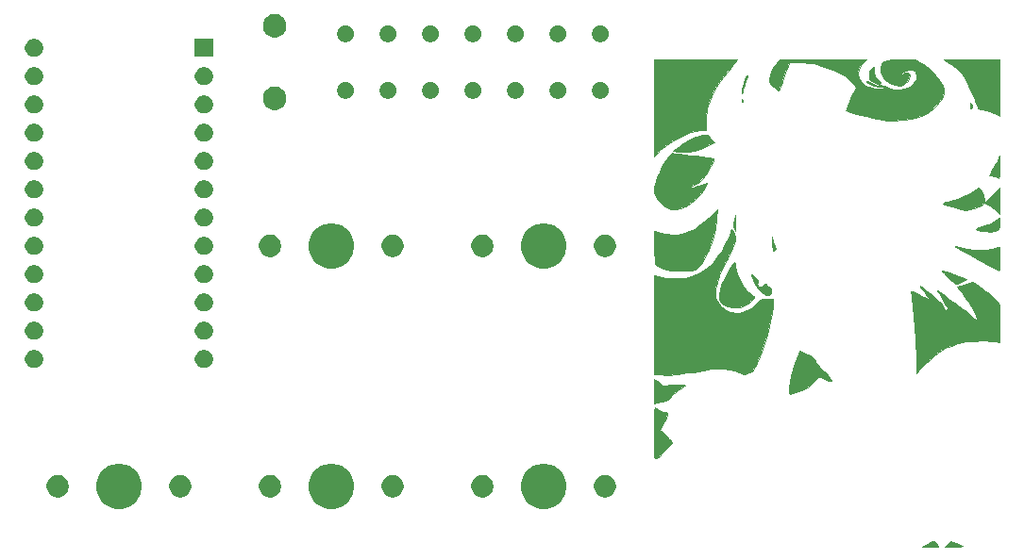
<source format=gbr>
G04 #@! TF.GenerationSoftware,KiCad,Pcbnew,(5.1.2)-1*
G04 #@! TF.CreationDate,2022-03-23T05:24:54+09:00*
G04 #@! TF.ProjectId,pcb,7063622e-6b69-4636-9164-5f7063625858,rev?*
G04 #@! TF.SameCoordinates,Original*
G04 #@! TF.FileFunction,Soldermask,Top*
G04 #@! TF.FilePolarity,Negative*
%FSLAX46Y46*%
G04 Gerber Fmt 4.6, Leading zero omitted, Abs format (unit mm)*
G04 Created by KiCad (PCBNEW (5.1.2)-1) date 2022-03-23 05:24:54*
%MOMM*%
%LPD*%
G04 APERTURE LIST*
%ADD10C,0.010000*%
%ADD11C,0.100000*%
G04 APERTURE END LIST*
D10*
G36*
X108360276Y-141495667D02*
G01*
X108349104Y-141543549D01*
X108348901Y-141872544D01*
X108475039Y-142221640D01*
X108705231Y-142529802D01*
X108711464Y-142535819D01*
X108870295Y-142703133D01*
X108959171Y-142826148D01*
X108966000Y-142848507D01*
X108897375Y-142912621D01*
X108725256Y-142914998D01*
X108500275Y-142864033D01*
X108273068Y-142768121D01*
X108195354Y-142720733D01*
X108012848Y-142576364D01*
X107934258Y-142429438D01*
X107923174Y-142203661D01*
X107925250Y-142154740D01*
X107979454Y-141842768D01*
X108128037Y-141609358D01*
X108168798Y-141568173D01*
X108315638Y-141431475D01*
X108369808Y-141408625D01*
X108360276Y-141495667D01*
X108360276Y-141495667D01*
G37*
X108360276Y-141495667D02*
X108349104Y-141543549D01*
X108348901Y-141872544D01*
X108475039Y-142221640D01*
X108705231Y-142529802D01*
X108711464Y-142535819D01*
X108870295Y-142703133D01*
X108959171Y-142826148D01*
X108966000Y-142848507D01*
X108897375Y-142912621D01*
X108725256Y-142914998D01*
X108500275Y-142864033D01*
X108273068Y-142768121D01*
X108195354Y-142720733D01*
X108012848Y-142576364D01*
X107934258Y-142429438D01*
X107923174Y-142203661D01*
X107925250Y-142154740D01*
X107979454Y-141842768D01*
X108128037Y-141609358D01*
X108168798Y-141568173D01*
X108315638Y-141431475D01*
X108369808Y-141408625D01*
X108360276Y-141495667D01*
G36*
X96987806Y-142272469D02*
G01*
X96922635Y-142464740D01*
X96867154Y-142601198D01*
X96750199Y-142930723D01*
X96660283Y-143281897D01*
X96643746Y-143375181D01*
X96596532Y-143604605D01*
X96543098Y-143744234D01*
X96519386Y-143764000D01*
X96495397Y-143690733D01*
X96511848Y-143505871D01*
X96531135Y-143404166D01*
X96595999Y-143157804D01*
X96687602Y-142873668D01*
X96790022Y-142593338D01*
X96887339Y-142358396D01*
X96963630Y-142210423D01*
X96998862Y-142182640D01*
X96987806Y-142272469D01*
X96987806Y-142272469D01*
G37*
X96987806Y-142272469D02*
X96922635Y-142464740D01*
X96867154Y-142601198D01*
X96750199Y-142930723D01*
X96660283Y-143281897D01*
X96643746Y-143375181D01*
X96596532Y-143604605D01*
X96543098Y-143744234D01*
X96519386Y-143764000D01*
X96495397Y-143690733D01*
X96511848Y-143505871D01*
X96531135Y-143404166D01*
X96595999Y-143157804D01*
X96687602Y-142873668D01*
X96790022Y-142593338D01*
X96887339Y-142358396D01*
X96963630Y-142210423D01*
X96998862Y-142182640D01*
X96987806Y-142272469D01*
G36*
X96576073Y-144335500D02*
G01*
X96587255Y-144508842D01*
X96576073Y-144547166D01*
X96545170Y-144557802D01*
X96533368Y-144441333D01*
X96546673Y-144321137D01*
X96576073Y-144335500D01*
X96576073Y-144335500D01*
G37*
X96576073Y-144335500D02*
X96587255Y-144508842D01*
X96576073Y-144547166D01*
X96545170Y-144557802D01*
X96533368Y-144441333D01*
X96546673Y-144321137D01*
X96576073Y-144335500D01*
G36*
X117072774Y-144681849D02*
G01*
X117139353Y-144846038D01*
X117176275Y-145029192D01*
X117177510Y-145055166D01*
X117119833Y-145110126D01*
X117025675Y-145118346D01*
X117003499Y-145097500D01*
X116970665Y-144905618D01*
X116967274Y-144722132D01*
X116993079Y-144616710D01*
X117005234Y-144610666D01*
X117072774Y-144681849D01*
X117072774Y-144681849D01*
G37*
X117072774Y-144681849D02*
X117139353Y-144846038D01*
X117176275Y-145029192D01*
X117177510Y-145055166D01*
X117119833Y-145110126D01*
X117025675Y-145118346D01*
X117003499Y-145097500D01*
X116970665Y-144905618D01*
X116967274Y-144722132D01*
X116993079Y-144616710D01*
X117005234Y-144610666D01*
X117072774Y-144681849D01*
G36*
X119634000Y-143256000D02*
G01*
X119633323Y-143891861D01*
X119631409Y-144469016D01*
X119628429Y-144966849D01*
X119624556Y-145364743D01*
X119619961Y-145642082D01*
X119614818Y-145778250D01*
X119612833Y-145788733D01*
X119531731Y-145751460D01*
X119339762Y-145660854D01*
X119083666Y-145539001D01*
X118746351Y-145398906D01*
X118400022Y-145287669D01*
X118184341Y-145240464D01*
X117934994Y-145196034D01*
X117757560Y-145148614D01*
X117718674Y-145130363D01*
X117660251Y-145030352D01*
X117567106Y-144808771D01*
X117455443Y-144505546D01*
X117404659Y-144356666D01*
X117171609Y-143751761D01*
X116878204Y-143135070D01*
X116549255Y-142550652D01*
X116209576Y-142042562D01*
X115883980Y-141654859D01*
X115881730Y-141652593D01*
X115662508Y-141441466D01*
X115486052Y-141288417D01*
X115388186Y-141224355D01*
X115384955Y-141224000D01*
X115281101Y-141177967D01*
X115093266Y-141060360D01*
X114963896Y-140970000D01*
X114613260Y-140716000D01*
X119634000Y-140716000D01*
X119634000Y-143256000D01*
X119634000Y-143256000D01*
G37*
X119634000Y-143256000D02*
X119633323Y-143891861D01*
X119631409Y-144469016D01*
X119628429Y-144966849D01*
X119624556Y-145364743D01*
X119619961Y-145642082D01*
X119614818Y-145778250D01*
X119612833Y-145788733D01*
X119531731Y-145751460D01*
X119339762Y-145660854D01*
X119083666Y-145539001D01*
X118746351Y-145398906D01*
X118400022Y-145287669D01*
X118184341Y-145240464D01*
X117934994Y-145196034D01*
X117757560Y-145148614D01*
X117718674Y-145130363D01*
X117660251Y-145030352D01*
X117567106Y-144808771D01*
X117455443Y-144505546D01*
X117404659Y-144356666D01*
X117171609Y-143751761D01*
X116878204Y-143135070D01*
X116549255Y-142550652D01*
X116209576Y-142042562D01*
X115883980Y-141654859D01*
X115881730Y-141652593D01*
X115662508Y-141441466D01*
X115486052Y-141288417D01*
X115388186Y-141224355D01*
X115384955Y-141224000D01*
X115281101Y-141177967D01*
X115093266Y-141060360D01*
X114963896Y-140970000D01*
X114613260Y-140716000D01*
X119634000Y-140716000D01*
X119634000Y-143256000D01*
G36*
X107493389Y-140893336D02*
G01*
X107229119Y-141187587D01*
X107031196Y-141570789D01*
X106937073Y-141966056D01*
X106934000Y-142041576D01*
X107012964Y-142448513D01*
X107248175Y-142794253D01*
X107637113Y-143076471D01*
X108177254Y-143292845D01*
X108340701Y-143337665D01*
X108607641Y-143378354D01*
X108875759Y-143377879D01*
X109094144Y-143341460D01*
X109211890Y-143274315D01*
X109220000Y-143247533D01*
X109148823Y-143210822D01*
X108979059Y-143223754D01*
X108735615Y-143214352D01*
X108419885Y-143128097D01*
X108095112Y-142989648D01*
X107824543Y-142823666D01*
X107727136Y-142735628D01*
X107681947Y-142665668D01*
X107750345Y-142674123D01*
X107945144Y-142764586D01*
X108080933Y-142834836D01*
X108426742Y-142995559D01*
X108692792Y-143063478D01*
X108881333Y-143060896D01*
X109194115Y-143078062D01*
X109576518Y-143212340D01*
X109629624Y-143237101D01*
X110139315Y-143405588D01*
X110655388Y-143444089D01*
X111147278Y-143361778D01*
X111584418Y-143167833D01*
X111936243Y-142871428D01*
X112172186Y-142481739D01*
X112175597Y-142472833D01*
X112211767Y-142157582D01*
X112096950Y-141865285D01*
X111979676Y-141738647D01*
X111785555Y-141664343D01*
X111524900Y-141669388D01*
X111249020Y-141737814D01*
X111009224Y-141853649D01*
X110856819Y-142000922D01*
X110828666Y-142096911D01*
X110879955Y-142112005D01*
X110991700Y-142034034D01*
X111168705Y-141931300D01*
X111300125Y-141915078D01*
X111492078Y-142015653D01*
X111567673Y-142195253D01*
X111536944Y-142420210D01*
X111409920Y-142656855D01*
X111196635Y-142871520D01*
X110976162Y-143002348D01*
X110711532Y-143095417D01*
X110553371Y-143094489D01*
X110536664Y-143082531D01*
X110395279Y-143019672D01*
X110247671Y-143002000D01*
X109954506Y-142934895D01*
X109633812Y-142759470D01*
X109341848Y-142514556D01*
X109134871Y-142238984D01*
X109130767Y-142231051D01*
X108995167Y-141840360D01*
X108977440Y-141463091D01*
X109073906Y-141140255D01*
X109247037Y-140936186D01*
X109358889Y-140865087D01*
X109493156Y-140814303D01*
X109680914Y-140779485D01*
X109953243Y-140756280D01*
X110341219Y-140740337D01*
X110713864Y-140730816D01*
X111206909Y-140722029D01*
X111565722Y-140723516D01*
X111825265Y-140738611D01*
X112020496Y-140770651D01*
X112186377Y-140822972D01*
X112328214Y-140884848D01*
X112966199Y-141262338D01*
X113564388Y-141762138D01*
X114083136Y-142344327D01*
X114482798Y-142968987D01*
X114563086Y-143135153D01*
X114655637Y-143437268D01*
X114644853Y-143738811D01*
X114523152Y-144078898D01*
X114306333Y-144460043D01*
X113867135Y-144996589D01*
X113293574Y-145441225D01*
X112596227Y-145789600D01*
X111785669Y-146037360D01*
X110872479Y-146180153D01*
X110039964Y-146215820D01*
X109530908Y-146204078D01*
X109105591Y-146165910D01*
X108684492Y-146090475D01*
X108188087Y-145966934D01*
X108161666Y-145959788D01*
X107699564Y-145838375D01*
X107213934Y-145717139D01*
X106776406Y-145613698D01*
X106565747Y-145567286D01*
X106250538Y-145490406D01*
X106005842Y-145411024D01*
X105874181Y-145343535D01*
X105863697Y-145329673D01*
X105883934Y-145220219D01*
X105965974Y-144990543D01*
X106097252Y-144672555D01*
X106265206Y-144298161D01*
X106294955Y-144234489D01*
X106763678Y-143236936D01*
X106573672Y-143012596D01*
X106363507Y-142786376D01*
X106098997Y-142531362D01*
X105824807Y-142287575D01*
X105585599Y-142095038D01*
X105448405Y-142004265D01*
X105096161Y-141839483D01*
X104644022Y-141654979D01*
X104144435Y-141469519D01*
X103649846Y-141301872D01*
X103212704Y-141170803D01*
X102929509Y-141102940D01*
X102526089Y-141043081D01*
X102036710Y-140995612D01*
X101531910Y-140965299D01*
X101082226Y-140956909D01*
X100873639Y-140964019D01*
X100776005Y-141049289D01*
X100645459Y-141285462D01*
X100487977Y-141658635D01*
X100309535Y-142154904D01*
X100152315Y-142642166D01*
X100038521Y-142995494D01*
X99938398Y-143279450D01*
X99864222Y-143460804D01*
X99831837Y-143509683D01*
X99667748Y-143449619D01*
X99454879Y-143301009D01*
X99248349Y-143109017D01*
X99103279Y-142918807D01*
X99097492Y-142907972D01*
X99012197Y-142567689D01*
X99056907Y-142156971D01*
X99223418Y-141703219D01*
X99503528Y-141233836D01*
X99659427Y-141030900D01*
X99918994Y-140716000D01*
X107718836Y-140716000D01*
X107493389Y-140893336D01*
X107493389Y-140893336D01*
G37*
X107493389Y-140893336D02*
X107229119Y-141187587D01*
X107031196Y-141570789D01*
X106937073Y-141966056D01*
X106934000Y-142041576D01*
X107012964Y-142448513D01*
X107248175Y-142794253D01*
X107637113Y-143076471D01*
X108177254Y-143292845D01*
X108340701Y-143337665D01*
X108607641Y-143378354D01*
X108875759Y-143377879D01*
X109094144Y-143341460D01*
X109211890Y-143274315D01*
X109220000Y-143247533D01*
X109148823Y-143210822D01*
X108979059Y-143223754D01*
X108735615Y-143214352D01*
X108419885Y-143128097D01*
X108095112Y-142989648D01*
X107824543Y-142823666D01*
X107727136Y-142735628D01*
X107681947Y-142665668D01*
X107750345Y-142674123D01*
X107945144Y-142764586D01*
X108080933Y-142834836D01*
X108426742Y-142995559D01*
X108692792Y-143063478D01*
X108881333Y-143060896D01*
X109194115Y-143078062D01*
X109576518Y-143212340D01*
X109629624Y-143237101D01*
X110139315Y-143405588D01*
X110655388Y-143444089D01*
X111147278Y-143361778D01*
X111584418Y-143167833D01*
X111936243Y-142871428D01*
X112172186Y-142481739D01*
X112175597Y-142472833D01*
X112211767Y-142157582D01*
X112096950Y-141865285D01*
X111979676Y-141738647D01*
X111785555Y-141664343D01*
X111524900Y-141669388D01*
X111249020Y-141737814D01*
X111009224Y-141853649D01*
X110856819Y-142000922D01*
X110828666Y-142096911D01*
X110879955Y-142112005D01*
X110991700Y-142034034D01*
X111168705Y-141931300D01*
X111300125Y-141915078D01*
X111492078Y-142015653D01*
X111567673Y-142195253D01*
X111536944Y-142420210D01*
X111409920Y-142656855D01*
X111196635Y-142871520D01*
X110976162Y-143002348D01*
X110711532Y-143095417D01*
X110553371Y-143094489D01*
X110536664Y-143082531D01*
X110395279Y-143019672D01*
X110247671Y-143002000D01*
X109954506Y-142934895D01*
X109633812Y-142759470D01*
X109341848Y-142514556D01*
X109134871Y-142238984D01*
X109130767Y-142231051D01*
X108995167Y-141840360D01*
X108977440Y-141463091D01*
X109073906Y-141140255D01*
X109247037Y-140936186D01*
X109358889Y-140865087D01*
X109493156Y-140814303D01*
X109680914Y-140779485D01*
X109953243Y-140756280D01*
X110341219Y-140740337D01*
X110713864Y-140730816D01*
X111206909Y-140722029D01*
X111565722Y-140723516D01*
X111825265Y-140738611D01*
X112020496Y-140770651D01*
X112186377Y-140822972D01*
X112328214Y-140884848D01*
X112966199Y-141262338D01*
X113564388Y-141762138D01*
X114083136Y-142344327D01*
X114482798Y-142968987D01*
X114563086Y-143135153D01*
X114655637Y-143437268D01*
X114644853Y-143738811D01*
X114523152Y-144078898D01*
X114306333Y-144460043D01*
X113867135Y-144996589D01*
X113293574Y-145441225D01*
X112596227Y-145789600D01*
X111785669Y-146037360D01*
X110872479Y-146180153D01*
X110039964Y-146215820D01*
X109530908Y-146204078D01*
X109105591Y-146165910D01*
X108684492Y-146090475D01*
X108188087Y-145966934D01*
X108161666Y-145959788D01*
X107699564Y-145838375D01*
X107213934Y-145717139D01*
X106776406Y-145613698D01*
X106565747Y-145567286D01*
X106250538Y-145490406D01*
X106005842Y-145411024D01*
X105874181Y-145343535D01*
X105863697Y-145329673D01*
X105883934Y-145220219D01*
X105965974Y-144990543D01*
X106097252Y-144672555D01*
X106265206Y-144298161D01*
X106294955Y-144234489D01*
X106763678Y-143236936D01*
X106573672Y-143012596D01*
X106363507Y-142786376D01*
X106098997Y-142531362D01*
X105824807Y-142287575D01*
X105585599Y-142095038D01*
X105448405Y-142004265D01*
X105096161Y-141839483D01*
X104644022Y-141654979D01*
X104144435Y-141469519D01*
X103649846Y-141301872D01*
X103212704Y-141170803D01*
X102929509Y-141102940D01*
X102526089Y-141043081D01*
X102036710Y-140995612D01*
X101531910Y-140965299D01*
X101082226Y-140956909D01*
X100873639Y-140964019D01*
X100776005Y-141049289D01*
X100645459Y-141285462D01*
X100487977Y-141658635D01*
X100309535Y-142154904D01*
X100152315Y-142642166D01*
X100038521Y-142995494D01*
X99938398Y-143279450D01*
X99864222Y-143460804D01*
X99831837Y-143509683D01*
X99667748Y-143449619D01*
X99454879Y-143301009D01*
X99248349Y-143109017D01*
X99103279Y-142918807D01*
X99097492Y-142907972D01*
X99012197Y-142567689D01*
X99056907Y-142156971D01*
X99223418Y-141703219D01*
X99503528Y-141233836D01*
X99659427Y-141030900D01*
X99918994Y-140716000D01*
X107718836Y-140716000D01*
X107493389Y-140893336D01*
G36*
X93384558Y-147525753D02*
G01*
X93528512Y-147623188D01*
X93715755Y-147816903D01*
X94034113Y-148161746D01*
X93477890Y-148450115D01*
X92829851Y-148751720D01*
X92242467Y-148941669D01*
X91660232Y-149031514D01*
X91027637Y-149032806D01*
X90771628Y-149013333D01*
X90314923Y-148971000D01*
X90827585Y-148569142D01*
X91304636Y-148236668D01*
X91826832Y-147941982D01*
X92345281Y-147708763D01*
X92811092Y-147560689D01*
X92972117Y-147530550D01*
X93221342Y-147503441D01*
X93384558Y-147525753D01*
X93384558Y-147525753D01*
G37*
X93384558Y-147525753D02*
X93528512Y-147623188D01*
X93715755Y-147816903D01*
X94034113Y-148161746D01*
X93477890Y-148450115D01*
X92829851Y-148751720D01*
X92242467Y-148941669D01*
X91660232Y-149031514D01*
X91027637Y-149032806D01*
X90771628Y-149013333D01*
X90314923Y-148971000D01*
X90827585Y-148569142D01*
X91304636Y-148236668D01*
X91826832Y-147941982D01*
X92345281Y-147708763D01*
X92811092Y-147560689D01*
X92972117Y-147530550D01*
X93221342Y-147503441D01*
X93384558Y-147525753D01*
G36*
X93147214Y-140717168D02*
G01*
X93868378Y-140720511D01*
X94517735Y-140725784D01*
X95078198Y-140732743D01*
X95532677Y-140741145D01*
X95864086Y-140750744D01*
X96055334Y-140761298D01*
X96096666Y-140769204D01*
X96042259Y-140850136D01*
X95896371Y-141022885D01*
X95685001Y-141257315D01*
X95559247Y-141392102D01*
X94788351Y-142303286D01*
X94171241Y-143236823D01*
X93711523Y-144184965D01*
X93412808Y-145139963D01*
X93278704Y-146094070D01*
X93271637Y-146304000D01*
X93260333Y-147108333D01*
X92879333Y-147115576D01*
X92299620Y-147189029D01*
X91653786Y-147376042D01*
X90980346Y-147657041D01*
X90317817Y-148012452D01*
X89704714Y-148422700D01*
X89179554Y-148868211D01*
X88949252Y-149112864D01*
X88646000Y-149467146D01*
X88646000Y-140716000D01*
X92371333Y-140716000D01*
X93147214Y-140717168D01*
X93147214Y-140717168D01*
G37*
X93147214Y-140717168D02*
X93868378Y-140720511D01*
X94517735Y-140725784D01*
X95078198Y-140732743D01*
X95532677Y-140741145D01*
X95864086Y-140750744D01*
X96055334Y-140761298D01*
X96096666Y-140769204D01*
X96042259Y-140850136D01*
X95896371Y-141022885D01*
X95685001Y-141257315D01*
X95559247Y-141392102D01*
X94788351Y-142303286D01*
X94171241Y-143236823D01*
X93711523Y-144184965D01*
X93412808Y-145139963D01*
X93278704Y-146094070D01*
X93271637Y-146304000D01*
X93260333Y-147108333D01*
X92879333Y-147115576D01*
X92299620Y-147189029D01*
X91653786Y-147376042D01*
X90980346Y-147657041D01*
X90317817Y-148012452D01*
X89704714Y-148422700D01*
X89179554Y-148868211D01*
X88949252Y-149112864D01*
X88646000Y-149467146D01*
X88646000Y-140716000D01*
X92371333Y-140716000D01*
X93147214Y-140717168D01*
G36*
X119628480Y-150389166D02*
G01*
X119626739Y-150840691D01*
X119612552Y-151141894D01*
X119581346Y-151311607D01*
X119528547Y-151368658D01*
X119449581Y-151331877D01*
X119408665Y-151294132D01*
X119268938Y-151229852D01*
X119044847Y-151190545D01*
X119011111Y-151188298D01*
X118810554Y-151170788D01*
X118706926Y-151147866D01*
X118703046Y-151143070D01*
X118746784Y-151061847D01*
X118854649Y-150900587D01*
X118875673Y-150870841D01*
X118995792Y-150675199D01*
X119152909Y-150383428D01*
X119315576Y-150054283D01*
X119335820Y-150011104D01*
X119622961Y-149394333D01*
X119628480Y-150389166D01*
X119628480Y-150389166D01*
G37*
X119628480Y-150389166D02*
X119626739Y-150840691D01*
X119612552Y-151141894D01*
X119581346Y-151311607D01*
X119528547Y-151368658D01*
X119449581Y-151331877D01*
X119408665Y-151294132D01*
X119268938Y-151229852D01*
X119044847Y-151190545D01*
X119011111Y-151188298D01*
X118810554Y-151170788D01*
X118706926Y-151147866D01*
X118703046Y-151143070D01*
X118746784Y-151061847D01*
X118854649Y-150900587D01*
X118875673Y-150870841D01*
X118995792Y-150675199D01*
X119152909Y-150383428D01*
X119315576Y-150054283D01*
X119335820Y-150011104D01*
X119622961Y-149394333D01*
X119628480Y-150389166D01*
G36*
X117920640Y-152455793D02*
G01*
X118074046Y-152694468D01*
X118191623Y-152995615D01*
X118252013Y-153289956D01*
X118239929Y-153491437D01*
X118073249Y-153750471D01*
X117762641Y-153969647D01*
X117331907Y-154132339D01*
X117316448Y-154136415D01*
X116923243Y-154223582D01*
X116599317Y-154248049D01*
X116265909Y-154209094D01*
X115908666Y-154123546D01*
X115378330Y-153974706D01*
X114967991Y-153846956D01*
X114691330Y-153744998D01*
X114562025Y-153673529D01*
X114554000Y-153658172D01*
X114604532Y-153596492D01*
X114770881Y-153541078D01*
X115075179Y-153485622D01*
X115243860Y-153461558D01*
X115541121Y-153387461D01*
X115934110Y-153242652D01*
X116376286Y-153048247D01*
X116821104Y-152825363D01*
X117222020Y-152595115D01*
X117377206Y-152493698D01*
X117735083Y-152247472D01*
X117920640Y-152455793D01*
X117920640Y-152455793D01*
G37*
X117920640Y-152455793D02*
X118074046Y-152694468D01*
X118191623Y-152995615D01*
X118252013Y-153289956D01*
X118239929Y-153491437D01*
X118073249Y-153750471D01*
X117762641Y-153969647D01*
X117331907Y-154132339D01*
X117316448Y-154136415D01*
X116923243Y-154223582D01*
X116599317Y-154248049D01*
X116265909Y-154209094D01*
X115908666Y-154123546D01*
X115378330Y-153974706D01*
X114967991Y-153846956D01*
X114691330Y-153744998D01*
X114562025Y-153673529D01*
X114554000Y-153658172D01*
X114604532Y-153596492D01*
X114770881Y-153541078D01*
X115075179Y-153485622D01*
X115243860Y-153461558D01*
X115541121Y-153387461D01*
X115934110Y-153242652D01*
X116376286Y-153048247D01*
X116821104Y-152825363D01*
X117222020Y-152595115D01*
X117377206Y-152493698D01*
X117735083Y-152247472D01*
X117920640Y-152455793D01*
G36*
X90463538Y-149171130D02*
G01*
X90658709Y-149202620D01*
X90945428Y-149239839D01*
X91344276Y-149285313D01*
X91875832Y-149341566D01*
X92371333Y-149392082D01*
X92944491Y-149452417D01*
X93368860Y-149504042D01*
X93664515Y-149550858D01*
X93851530Y-149596762D01*
X93949980Y-149645653D01*
X93979939Y-149701429D01*
X93980000Y-149704481D01*
X93944628Y-149812427D01*
X93850567Y-150030140D01*
X93715902Y-150316456D01*
X93669970Y-150410217D01*
X93295459Y-151061034D01*
X92892341Y-151560199D01*
X92466613Y-151901102D01*
X92203273Y-152026764D01*
X91966380Y-152123585D01*
X91812249Y-152208906D01*
X91778666Y-152247392D01*
X91791248Y-152292642D01*
X91847644Y-152306520D01*
X91975835Y-152283598D01*
X92203799Y-152218450D01*
X92559515Y-152105648D01*
X92634761Y-152081324D01*
X93357683Y-151847314D01*
X93224341Y-152187157D01*
X93043934Y-152505060D01*
X92751737Y-152864608D01*
X92386034Y-153229008D01*
X91985107Y-153561468D01*
X91587239Y-153825195D01*
X91440000Y-153902028D01*
X90976554Y-154099495D01*
X90612566Y-154199549D01*
X90314458Y-154209539D01*
X90169451Y-154180189D01*
X89726183Y-153988506D01*
X89322666Y-153696929D01*
X88988759Y-153338687D01*
X88754319Y-152947014D01*
X88649203Y-152555139D01*
X88646316Y-152484955D01*
X88682774Y-152166632D01*
X88783950Y-151775436D01*
X88936666Y-151337378D01*
X89127747Y-150878466D01*
X89344017Y-150424713D01*
X89572299Y-150002127D01*
X89799418Y-149636720D01*
X90012198Y-149354501D01*
X90197462Y-149181480D01*
X90339333Y-149142846D01*
X90463538Y-149171130D01*
X90463538Y-149171130D01*
G37*
X90463538Y-149171130D02*
X90658709Y-149202620D01*
X90945428Y-149239839D01*
X91344276Y-149285313D01*
X91875832Y-149341566D01*
X92371333Y-149392082D01*
X92944491Y-149452417D01*
X93368860Y-149504042D01*
X93664515Y-149550858D01*
X93851530Y-149596762D01*
X93949980Y-149645653D01*
X93979939Y-149701429D01*
X93980000Y-149704481D01*
X93944628Y-149812427D01*
X93850567Y-150030140D01*
X93715902Y-150316456D01*
X93669970Y-150410217D01*
X93295459Y-151061034D01*
X92892341Y-151560199D01*
X92466613Y-151901102D01*
X92203273Y-152026764D01*
X91966380Y-152123585D01*
X91812249Y-152208906D01*
X91778666Y-152247392D01*
X91791248Y-152292642D01*
X91847644Y-152306520D01*
X91975835Y-152283598D01*
X92203799Y-152218450D01*
X92559515Y-152105648D01*
X92634761Y-152081324D01*
X93357683Y-151847314D01*
X93224341Y-152187157D01*
X93043934Y-152505060D01*
X92751737Y-152864608D01*
X92386034Y-153229008D01*
X91985107Y-153561468D01*
X91587239Y-153825195D01*
X91440000Y-153902028D01*
X90976554Y-154099495D01*
X90612566Y-154199549D01*
X90314458Y-154209539D01*
X90169451Y-154180189D01*
X89726183Y-153988506D01*
X89322666Y-153696929D01*
X88988759Y-153338687D01*
X88754319Y-152947014D01*
X88649203Y-152555139D01*
X88646316Y-152484955D01*
X88682774Y-152166632D01*
X88783950Y-151775436D01*
X88936666Y-151337378D01*
X89127747Y-150878466D01*
X89344017Y-150424713D01*
X89572299Y-150002127D01*
X89799418Y-149636720D01*
X90012198Y-149354501D01*
X90197462Y-149181480D01*
X90339333Y-149142846D01*
X90463538Y-149171130D01*
G36*
X119616542Y-152844500D02*
G01*
X119626041Y-153252258D01*
X119624679Y-153710600D01*
X119616542Y-154016037D01*
X119591666Y-154616074D01*
X119386796Y-154397450D01*
X119202731Y-154228226D01*
X118942908Y-154021121D01*
X118744673Y-153877679D01*
X118307421Y-153576532D01*
X118949544Y-152924766D01*
X119591666Y-152273000D01*
X119616542Y-152844500D01*
X119616542Y-152844500D01*
G37*
X119616542Y-152844500D02*
X119626041Y-153252258D01*
X119624679Y-153710600D01*
X119616542Y-154016037D01*
X119591666Y-154616074D01*
X119386796Y-154397450D01*
X119202731Y-154228226D01*
X118942908Y-154021121D01*
X118744673Y-153877679D01*
X118307421Y-153576532D01*
X118949544Y-152924766D01*
X119591666Y-152273000D01*
X119616542Y-152844500D01*
G36*
X95936717Y-155427032D02*
G01*
X95949678Y-155746803D01*
X95955485Y-155989591D01*
X95953350Y-156116037D01*
X95950674Y-156125532D01*
X95905117Y-156058411D01*
X95821617Y-155896799D01*
X95819543Y-155892500D01*
X95758123Y-155707633D01*
X95755516Y-155488803D01*
X95805586Y-155194000D01*
X95903767Y-154728333D01*
X95936717Y-155427032D01*
X95936717Y-155427032D01*
G37*
X95936717Y-155427032D02*
X95949678Y-155746803D01*
X95955485Y-155989591D01*
X95953350Y-156116037D01*
X95950674Y-156125532D01*
X95905117Y-156058411D01*
X95821617Y-155896799D01*
X95819543Y-155892500D01*
X95758123Y-155707633D01*
X95755516Y-155488803D01*
X95805586Y-155194000D01*
X95903767Y-154728333D01*
X95936717Y-155427032D01*
G36*
X119634000Y-155443988D02*
G01*
X119624675Y-155734154D01*
X119584926Y-155908740D01*
X119497084Y-156021016D01*
X119425312Y-156073262D01*
X119169624Y-156164408D01*
X118794132Y-156198077D01*
X118338624Y-156173402D01*
X117919500Y-156106165D01*
X117686323Y-156044095D01*
X117541183Y-155979525D01*
X117517333Y-155950104D01*
X117591278Y-155887314D01*
X117777657Y-155813628D01*
X117877166Y-155785167D01*
X118307273Y-155667167D01*
X118627042Y-155557409D01*
X118892539Y-155432788D01*
X119159835Y-155270202D01*
X119213117Y-155234683D01*
X119634000Y-154951451D01*
X119634000Y-155443988D01*
X119634000Y-155443988D01*
G37*
X119634000Y-155443988D02*
X119624675Y-155734154D01*
X119584926Y-155908740D01*
X119497084Y-156021016D01*
X119425312Y-156073262D01*
X119169624Y-156164408D01*
X118794132Y-156198077D01*
X118338624Y-156173402D01*
X117919500Y-156106165D01*
X117686323Y-156044095D01*
X117541183Y-155979525D01*
X117517333Y-155950104D01*
X117591278Y-155887314D01*
X117777657Y-155813628D01*
X117877166Y-155785167D01*
X118307273Y-155667167D01*
X118627042Y-155557409D01*
X118892539Y-155432788D01*
X119159835Y-155270202D01*
X119213117Y-155234683D01*
X119634000Y-154951451D01*
X119634000Y-155443988D01*
G36*
X99318188Y-157031559D02*
G01*
X99386368Y-157303146D01*
X99467471Y-157531266D01*
X99486510Y-157570604D01*
X99539861Y-157739397D01*
X99465817Y-157872421D01*
X99461108Y-157877177D01*
X99373016Y-157940442D01*
X99320401Y-157881182D01*
X99283509Y-157729716D01*
X99251386Y-157470014D01*
X99237871Y-157155512D01*
X99238609Y-157067250D01*
X99247886Y-156675666D01*
X99318188Y-157031559D01*
X99318188Y-157031559D01*
G37*
X99318188Y-157031559D02*
X99386368Y-157303146D01*
X99467471Y-157531266D01*
X99486510Y-157570604D01*
X99539861Y-157739397D01*
X99465817Y-157872421D01*
X99461108Y-157877177D01*
X99373016Y-157940442D01*
X99320401Y-157881182D01*
X99283509Y-157729716D01*
X99251386Y-157470014D01*
X99237871Y-157155512D01*
X99238609Y-157067250D01*
X99247886Y-156675666D01*
X99318188Y-157031559D01*
G36*
X115739333Y-157521160D02*
G01*
X116699140Y-157714246D01*
X117550822Y-157810023D01*
X118323703Y-157810085D01*
X119047103Y-157716027D01*
X119104833Y-157704250D01*
X119634000Y-157593362D01*
X119634000Y-158637347D01*
X119629181Y-159034907D01*
X119616033Y-159362143D01*
X119596516Y-159586931D01*
X119572591Y-159677151D01*
X119570500Y-159677591D01*
X119462539Y-159639423D01*
X119264700Y-159547589D01*
X119168333Y-159498969D01*
X118982764Y-159399517D01*
X118682067Y-159234194D01*
X118298321Y-159020819D01*
X117863604Y-158777209D01*
X117517333Y-158581938D01*
X117065136Y-158326615D01*
X116639451Y-158086998D01*
X116272394Y-157881111D01*
X115996078Y-157726974D01*
X115866333Y-157655425D01*
X115689773Y-157550055D01*
X115668542Y-157510812D01*
X115739333Y-157521160D01*
X115739333Y-157521160D01*
G37*
X115739333Y-157521160D02*
X116699140Y-157714246D01*
X117550822Y-157810023D01*
X118323703Y-157810085D01*
X119047103Y-157716027D01*
X119104833Y-157704250D01*
X119634000Y-157593362D01*
X119634000Y-158637347D01*
X119629181Y-159034907D01*
X119616033Y-159362143D01*
X119596516Y-159586931D01*
X119572591Y-159677151D01*
X119570500Y-159677591D01*
X119462539Y-159639423D01*
X119264700Y-159547589D01*
X119168333Y-159498969D01*
X118982764Y-159399517D01*
X118682067Y-159234194D01*
X118298321Y-159020819D01*
X117863604Y-158777209D01*
X117517333Y-158581938D01*
X117065136Y-158326615D01*
X116639451Y-158086998D01*
X116272394Y-157881111D01*
X115996078Y-157726974D01*
X115866333Y-157655425D01*
X115689773Y-157550055D01*
X115668542Y-157510812D01*
X115739333Y-157521160D01*
G36*
X94261165Y-155000941D02*
G01*
X94142659Y-155932733D01*
X93893079Y-156904868D01*
X93527634Y-157872395D01*
X93061533Y-158790365D01*
X92876653Y-159092842D01*
X92659143Y-159380463D01*
X92439969Y-159546735D01*
X92300210Y-159602001D01*
X91981608Y-159665756D01*
X91551468Y-159708615D01*
X91066436Y-159729387D01*
X90583158Y-159726880D01*
X90158278Y-159699904D01*
X89870208Y-159653103D01*
X89524317Y-159540680D01*
X89170004Y-159389695D01*
X89065874Y-159336050D01*
X88688333Y-159127877D01*
X88665227Y-157630115D01*
X88642122Y-156132353D01*
X88961560Y-156267401D01*
X89193722Y-156333841D01*
X89533808Y-156393155D01*
X89920433Y-156435396D01*
X90052134Y-156444131D01*
X90474778Y-156458113D01*
X90799481Y-156441398D01*
X91096070Y-156386251D01*
X91406800Y-156294044D01*
X91738946Y-156178612D01*
X92041564Y-156062736D01*
X92242901Y-155974424D01*
X92473903Y-155828383D01*
X92787392Y-155590166D01*
X93148126Y-155289306D01*
X93520861Y-154955334D01*
X93870352Y-154617782D01*
X93909866Y-154577608D01*
X94305400Y-154172883D01*
X94261165Y-155000941D01*
X94261165Y-155000941D01*
G37*
X94261165Y-155000941D02*
X94142659Y-155932733D01*
X93893079Y-156904868D01*
X93527634Y-157872395D01*
X93061533Y-158790365D01*
X92876653Y-159092842D01*
X92659143Y-159380463D01*
X92439969Y-159546735D01*
X92300210Y-159602001D01*
X91981608Y-159665756D01*
X91551468Y-159708615D01*
X91066436Y-159729387D01*
X90583158Y-159726880D01*
X90158278Y-159699904D01*
X89870208Y-159653103D01*
X89524317Y-159540680D01*
X89170004Y-159389695D01*
X89065874Y-159336050D01*
X88688333Y-159127877D01*
X88665227Y-157630115D01*
X88642122Y-156132353D01*
X88961560Y-156267401D01*
X89193722Y-156333841D01*
X89533808Y-156393155D01*
X89920433Y-156435396D01*
X90052134Y-156444131D01*
X90474778Y-156458113D01*
X90799481Y-156441398D01*
X91096070Y-156386251D01*
X91406800Y-156294044D01*
X91738946Y-156178612D01*
X92041564Y-156062736D01*
X92242901Y-155974424D01*
X92473903Y-155828383D01*
X92787392Y-155590166D01*
X93148126Y-155289306D01*
X93520861Y-154955334D01*
X93870352Y-154617782D01*
X93909866Y-154577608D01*
X94305400Y-154172883D01*
X94261165Y-155000941D01*
G36*
X114545687Y-159728759D02*
G01*
X114764968Y-159789776D01*
X115112505Y-159903268D01*
X115573626Y-160064505D01*
X115981674Y-160212630D01*
X116689681Y-160472989D01*
X116320340Y-160658939D01*
X116030192Y-160798244D01*
X115816937Y-160863917D01*
X115638014Y-160845324D01*
X115450864Y-160731833D01*
X115212927Y-160512811D01*
X115040833Y-160339285D01*
X114795986Y-160087135D01*
X114603571Y-159882824D01*
X114489457Y-159754163D01*
X114469333Y-159724949D01*
X114545687Y-159728759D01*
X114545687Y-159728759D01*
G37*
X114545687Y-159728759D02*
X114764968Y-159789776D01*
X115112505Y-159903268D01*
X115573626Y-160064505D01*
X115981674Y-160212630D01*
X116689681Y-160472989D01*
X116320340Y-160658939D01*
X116030192Y-160798244D01*
X115816937Y-160863917D01*
X115638014Y-160845324D01*
X115450864Y-160731833D01*
X115212927Y-160512811D01*
X115040833Y-160339285D01*
X114795986Y-160087135D01*
X114603571Y-159882824D01*
X114489457Y-159754163D01*
X114469333Y-159724949D01*
X114545687Y-159728759D01*
G36*
X97463525Y-160072431D02*
G01*
X97645287Y-160227271D01*
X97712699Y-160290725D01*
X97909185Y-160492723D01*
X97989723Y-160625230D01*
X97972772Y-160721759D01*
X97959704Y-160739219D01*
X97902734Y-160910767D01*
X97916833Y-161035475D01*
X98024093Y-161154770D01*
X98207948Y-161146985D01*
X98436535Y-161015085D01*
X98474000Y-160983652D01*
X98634360Y-160876751D01*
X98711678Y-160913482D01*
X98721333Y-160987778D01*
X98793405Y-161092704D01*
X98911833Y-161135944D01*
X99046146Y-161191099D01*
X99110983Y-161338339D01*
X99128280Y-161474962D01*
X99104743Y-161746859D01*
X98977237Y-161885475D01*
X98744937Y-161891319D01*
X98552000Y-161830136D01*
X98319911Y-161671359D01*
X98061329Y-161388193D01*
X97803418Y-161016857D01*
X97573339Y-160593570D01*
X97498127Y-160424886D01*
X97398724Y-160165749D01*
X97384264Y-160050094D01*
X97463525Y-160072431D01*
X97463525Y-160072431D01*
G37*
X97463525Y-160072431D02*
X97645287Y-160227271D01*
X97712699Y-160290725D01*
X97909185Y-160492723D01*
X97989723Y-160625230D01*
X97972772Y-160721759D01*
X97959704Y-160739219D01*
X97902734Y-160910767D01*
X97916833Y-161035475D01*
X98024093Y-161154770D01*
X98207948Y-161146985D01*
X98436535Y-161015085D01*
X98474000Y-160983652D01*
X98634360Y-160876751D01*
X98711678Y-160913482D01*
X98721333Y-160987778D01*
X98793405Y-161092704D01*
X98911833Y-161135944D01*
X99046146Y-161191099D01*
X99110983Y-161338339D01*
X99128280Y-161474962D01*
X99104743Y-161746859D01*
X98977237Y-161885475D01*
X98744937Y-161891319D01*
X98552000Y-161830136D01*
X98319911Y-161671359D01*
X98061329Y-161388193D01*
X97803418Y-161016857D01*
X97573339Y-160593570D01*
X97498127Y-160424886D01*
X97398724Y-160165749D01*
X97384264Y-160050094D01*
X97463525Y-160072431D01*
G36*
X95887823Y-158995794D02*
G01*
X95927047Y-159193404D01*
X95952615Y-159393831D01*
X96073441Y-159938909D01*
X96311245Y-160513435D01*
X96637352Y-161060490D01*
X97023089Y-161523155D01*
X97027475Y-161527482D01*
X97253308Y-161740693D01*
X97436436Y-161896972D01*
X97541343Y-161966278D01*
X97547492Y-161967333D01*
X97621031Y-162020621D01*
X97587667Y-162155534D01*
X97460912Y-162334642D01*
X97387833Y-162409573D01*
X96902552Y-162762098D01*
X96359260Y-162972491D01*
X95789634Y-163032972D01*
X95234192Y-162938602D01*
X94855572Y-162770582D01*
X94621562Y-162539814D01*
X94514100Y-162218870D01*
X94509960Y-161838892D01*
X94567187Y-161472408D01*
X94672754Y-161062015D01*
X94764449Y-160798529D01*
X94882374Y-160536842D01*
X95043930Y-160218141D01*
X95230001Y-159875464D01*
X95421469Y-159541849D01*
X95599217Y-159250334D01*
X95744130Y-159033959D01*
X95837091Y-158925760D01*
X95851797Y-158919333D01*
X95887823Y-158995794D01*
X95887823Y-158995794D01*
G37*
X95887823Y-158995794D02*
X95927047Y-159193404D01*
X95952615Y-159393831D01*
X96073441Y-159938909D01*
X96311245Y-160513435D01*
X96637352Y-161060490D01*
X97023089Y-161523155D01*
X97027475Y-161527482D01*
X97253308Y-161740693D01*
X97436436Y-161896972D01*
X97541343Y-161966278D01*
X97547492Y-161967333D01*
X97621031Y-162020621D01*
X97587667Y-162155534D01*
X97460912Y-162334642D01*
X97387833Y-162409573D01*
X96902552Y-162762098D01*
X96359260Y-162972491D01*
X95789634Y-163032972D01*
X95234192Y-162938602D01*
X94855572Y-162770582D01*
X94621562Y-162539814D01*
X94514100Y-162218870D01*
X94509960Y-161838892D01*
X94567187Y-161472408D01*
X94672754Y-161062015D01*
X94764449Y-160798529D01*
X94882374Y-160536842D01*
X95043930Y-160218141D01*
X95230001Y-159875464D01*
X95421469Y-159541849D01*
X95599217Y-159250334D01*
X95744130Y-159033959D01*
X95837091Y-158925760D01*
X95851797Y-158919333D01*
X95887823Y-158995794D01*
G36*
X117517333Y-160925084D02*
G01*
X117886370Y-161155752D01*
X118291362Y-161441907D01*
X118691033Y-161751073D01*
X119044109Y-162050775D01*
X119309313Y-162308537D01*
X119379969Y-162390628D01*
X119634000Y-162711367D01*
X119634000Y-166131889D01*
X119189500Y-166060444D01*
X118844804Y-166023654D01*
X118401610Y-166002878D01*
X117905569Y-165997389D01*
X117402334Y-166006456D01*
X116937556Y-166029350D01*
X116556887Y-166065341D01*
X116332000Y-166106103D01*
X115832726Y-166260009D01*
X115277305Y-166461633D01*
X114757935Y-166677039D01*
X114663001Y-166720419D01*
X114451867Y-166848651D01*
X114152870Y-167069171D01*
X113798014Y-167354663D01*
X113419305Y-167677810D01*
X113048750Y-168011298D01*
X112718355Y-168327808D01*
X112460125Y-168600027D01*
X112458500Y-168601881D01*
X112183333Y-168915892D01*
X112180863Y-168045112D01*
X112172826Y-167596209D01*
X112152971Y-167053452D01*
X112124471Y-166491655D01*
X112097205Y-166073666D01*
X112060140Y-165554790D01*
X112022337Y-164997876D01*
X111988678Y-164476278D01*
X111967592Y-164126333D01*
X111930497Y-163629796D01*
X111875399Y-163069841D01*
X111812749Y-162549978D01*
X111797355Y-162439951D01*
X111748828Y-162084050D01*
X111715520Y-161796814D01*
X111701385Y-161615258D01*
X111704563Y-161571213D01*
X111808501Y-161572467D01*
X112014883Y-161639571D01*
X112279658Y-161753443D01*
X112558780Y-161894998D01*
X112808199Y-162045153D01*
X112825213Y-162056733D01*
X113043670Y-162195041D01*
X113202212Y-162273180D01*
X113254476Y-162279079D01*
X113251533Y-162168217D01*
X113144843Y-161957051D01*
X112947218Y-161668112D01*
X112797670Y-161475859D01*
X112641657Y-161272015D01*
X112547590Y-161127678D01*
X112533695Y-161083092D01*
X112606805Y-161122905D01*
X112786706Y-161251605D01*
X113049049Y-161450954D01*
X113369484Y-161702714D01*
X113493984Y-161802353D01*
X113887642Y-162125555D01*
X114166484Y-162373310D01*
X114353096Y-162569141D01*
X114470064Y-162736572D01*
X114536323Y-162887969D01*
X114638956Y-163118896D01*
X114756307Y-163209920D01*
X114813171Y-163213664D01*
X114953876Y-163155718D01*
X114951579Y-163028633D01*
X114819727Y-162866946D01*
X114679425Y-162690138D01*
X114525219Y-162393057D01*
X114350707Y-161967333D01*
X114265340Y-161803938D01*
X114163869Y-161649833D01*
X114074684Y-161501939D01*
X114101112Y-161466656D01*
X114235856Y-161540118D01*
X114471621Y-161718456D01*
X114771762Y-161972080D01*
X115064983Y-162218864D01*
X115341746Y-162435359D01*
X115556389Y-162586403D01*
X115612333Y-162619411D01*
X115899175Y-162795725D01*
X116262080Y-163053665D01*
X116654813Y-163357731D01*
X117031142Y-163672427D01*
X117284500Y-163903342D01*
X117486007Y-164084717D01*
X117630298Y-164191673D01*
X117686647Y-164201496D01*
X117686666Y-164200644D01*
X117640138Y-164016346D01*
X117512112Y-163724251D01*
X117319923Y-163354061D01*
X117080908Y-162935477D01*
X116812401Y-162498200D01*
X116531740Y-162071931D01*
X116256260Y-161686371D01*
X116107997Y-161495952D01*
X115828925Y-161151571D01*
X116482629Y-160929834D01*
X117136333Y-160708098D01*
X117517333Y-160925084D01*
X117517333Y-160925084D01*
G37*
X117517333Y-160925084D02*
X117886370Y-161155752D01*
X118291362Y-161441907D01*
X118691033Y-161751073D01*
X119044109Y-162050775D01*
X119309313Y-162308537D01*
X119379969Y-162390628D01*
X119634000Y-162711367D01*
X119634000Y-166131889D01*
X119189500Y-166060444D01*
X118844804Y-166023654D01*
X118401610Y-166002878D01*
X117905569Y-165997389D01*
X117402334Y-166006456D01*
X116937556Y-166029350D01*
X116556887Y-166065341D01*
X116332000Y-166106103D01*
X115832726Y-166260009D01*
X115277305Y-166461633D01*
X114757935Y-166677039D01*
X114663001Y-166720419D01*
X114451867Y-166848651D01*
X114152870Y-167069171D01*
X113798014Y-167354663D01*
X113419305Y-167677810D01*
X113048750Y-168011298D01*
X112718355Y-168327808D01*
X112460125Y-168600027D01*
X112458500Y-168601881D01*
X112183333Y-168915892D01*
X112180863Y-168045112D01*
X112172826Y-167596209D01*
X112152971Y-167053452D01*
X112124471Y-166491655D01*
X112097205Y-166073666D01*
X112060140Y-165554790D01*
X112022337Y-164997876D01*
X111988678Y-164476278D01*
X111967592Y-164126333D01*
X111930497Y-163629796D01*
X111875399Y-163069841D01*
X111812749Y-162549978D01*
X111797355Y-162439951D01*
X111748828Y-162084050D01*
X111715520Y-161796814D01*
X111701385Y-161615258D01*
X111704563Y-161571213D01*
X111808501Y-161572467D01*
X112014883Y-161639571D01*
X112279658Y-161753443D01*
X112558780Y-161894998D01*
X112808199Y-162045153D01*
X112825213Y-162056733D01*
X113043670Y-162195041D01*
X113202212Y-162273180D01*
X113254476Y-162279079D01*
X113251533Y-162168217D01*
X113144843Y-161957051D01*
X112947218Y-161668112D01*
X112797670Y-161475859D01*
X112641657Y-161272015D01*
X112547590Y-161127678D01*
X112533695Y-161083092D01*
X112606805Y-161122905D01*
X112786706Y-161251605D01*
X113049049Y-161450954D01*
X113369484Y-161702714D01*
X113493984Y-161802353D01*
X113887642Y-162125555D01*
X114166484Y-162373310D01*
X114353096Y-162569141D01*
X114470064Y-162736572D01*
X114536323Y-162887969D01*
X114638956Y-163118896D01*
X114756307Y-163209920D01*
X114813171Y-163213664D01*
X114953876Y-163155718D01*
X114951579Y-163028633D01*
X114819727Y-162866946D01*
X114679425Y-162690138D01*
X114525219Y-162393057D01*
X114350707Y-161967333D01*
X114265340Y-161803938D01*
X114163869Y-161649833D01*
X114074684Y-161501939D01*
X114101112Y-161466656D01*
X114235856Y-161540118D01*
X114471621Y-161718456D01*
X114771762Y-161972080D01*
X115064983Y-162218864D01*
X115341746Y-162435359D01*
X115556389Y-162586403D01*
X115612333Y-162619411D01*
X115899175Y-162795725D01*
X116262080Y-163053665D01*
X116654813Y-163357731D01*
X117031142Y-163672427D01*
X117284500Y-163903342D01*
X117486007Y-164084717D01*
X117630298Y-164191673D01*
X117686647Y-164201496D01*
X117686666Y-164200644D01*
X117640138Y-164016346D01*
X117512112Y-163724251D01*
X117319923Y-163354061D01*
X117080908Y-162935477D01*
X116812401Y-162498200D01*
X116531740Y-162071931D01*
X116256260Y-161686371D01*
X116107997Y-161495952D01*
X115828925Y-161151571D01*
X116482629Y-160929834D01*
X117136333Y-160708098D01*
X117517333Y-160925084D01*
G36*
X95766911Y-156180035D02*
G01*
X95881811Y-156396465D01*
X95936767Y-156626685D01*
X95926810Y-156893760D01*
X95846968Y-157220755D01*
X95692271Y-157630735D01*
X95457749Y-158146765D01*
X95253157Y-158563976D01*
X94937661Y-159200992D01*
X94692172Y-159713553D01*
X94507321Y-160126785D01*
X94373741Y-160465810D01*
X94282065Y-160755753D01*
X94222927Y-161021738D01*
X94186957Y-161288889D01*
X94172433Y-161462567D01*
X94156008Y-161824573D01*
X94173422Y-162080631D01*
X94232931Y-162292183D01*
X94304877Y-162448303D01*
X94624234Y-162905049D01*
X95043603Y-163249021D01*
X95532255Y-163464500D01*
X96059458Y-163535767D01*
X96370410Y-163504901D01*
X96772797Y-163377922D01*
X97204956Y-163160700D01*
X97604624Y-162890582D01*
X97909542Y-162604919D01*
X97945578Y-162560000D01*
X98073520Y-162403436D01*
X98192749Y-162314772D01*
X98355809Y-162274722D01*
X98615248Y-162264001D01*
X98753139Y-162263605D01*
X99335279Y-162263543D01*
X99284886Y-162856271D01*
X99200205Y-163520233D01*
X99055215Y-164288061D01*
X98861592Y-165110351D01*
X98631014Y-165937699D01*
X98375157Y-166720701D01*
X98364348Y-166751000D01*
X98110539Y-167439075D01*
X97895783Y-167974200D01*
X97715025Y-168366912D01*
X97563208Y-168627746D01*
X97435275Y-168767240D01*
X97384391Y-168793158D01*
X97204884Y-168857873D01*
X96981883Y-168948854D01*
X96820742Y-169004136D01*
X96674351Y-169000979D01*
X96484214Y-168929103D01*
X96281051Y-168825679D01*
X95893699Y-168679229D01*
X95391507Y-168573702D01*
X94824864Y-168512964D01*
X94244158Y-168500884D01*
X93699779Y-168541330D01*
X93370270Y-168602234D01*
X93033281Y-168673343D01*
X92604851Y-168746866D01*
X92162182Y-168809916D01*
X92032666Y-168825487D01*
X91590656Y-168876851D01*
X91127841Y-168932379D01*
X90726985Y-168982099D01*
X90635666Y-168993810D01*
X89808271Y-169057199D01*
X89038057Y-169031112D01*
X88921166Y-169018085D01*
X88646000Y-168983937D01*
X88646000Y-160129471D01*
X89085606Y-160243504D01*
X89682555Y-160357395D01*
X90334442Y-160413640D01*
X90975658Y-160410237D01*
X91540598Y-160345187D01*
X91651117Y-160321704D01*
X92225714Y-160138152D01*
X92807650Y-159868466D01*
X93333795Y-159545464D01*
X93671036Y-159271752D01*
X93994929Y-158913283D01*
X94347228Y-158439456D01*
X94700767Y-157894866D01*
X95028378Y-157324109D01*
X95302894Y-156771780D01*
X95497148Y-156282476D01*
X95502910Y-156264702D01*
X95607605Y-155938404D01*
X95766911Y-156180035D01*
X95766911Y-156180035D01*
G37*
X95766911Y-156180035D02*
X95881811Y-156396465D01*
X95936767Y-156626685D01*
X95926810Y-156893760D01*
X95846968Y-157220755D01*
X95692271Y-157630735D01*
X95457749Y-158146765D01*
X95253157Y-158563976D01*
X94937661Y-159200992D01*
X94692172Y-159713553D01*
X94507321Y-160126785D01*
X94373741Y-160465810D01*
X94282065Y-160755753D01*
X94222927Y-161021738D01*
X94186957Y-161288889D01*
X94172433Y-161462567D01*
X94156008Y-161824573D01*
X94173422Y-162080631D01*
X94232931Y-162292183D01*
X94304877Y-162448303D01*
X94624234Y-162905049D01*
X95043603Y-163249021D01*
X95532255Y-163464500D01*
X96059458Y-163535767D01*
X96370410Y-163504901D01*
X96772797Y-163377922D01*
X97204956Y-163160700D01*
X97604624Y-162890582D01*
X97909542Y-162604919D01*
X97945578Y-162560000D01*
X98073520Y-162403436D01*
X98192749Y-162314772D01*
X98355809Y-162274722D01*
X98615248Y-162264001D01*
X98753139Y-162263605D01*
X99335279Y-162263543D01*
X99284886Y-162856271D01*
X99200205Y-163520233D01*
X99055215Y-164288061D01*
X98861592Y-165110351D01*
X98631014Y-165937699D01*
X98375157Y-166720701D01*
X98364348Y-166751000D01*
X98110539Y-167439075D01*
X97895783Y-167974200D01*
X97715025Y-168366912D01*
X97563208Y-168627746D01*
X97435275Y-168767240D01*
X97384391Y-168793158D01*
X97204884Y-168857873D01*
X96981883Y-168948854D01*
X96820742Y-169004136D01*
X96674351Y-169000979D01*
X96484214Y-168929103D01*
X96281051Y-168825679D01*
X95893699Y-168679229D01*
X95391507Y-168573702D01*
X94824864Y-168512964D01*
X94244158Y-168500884D01*
X93699779Y-168541330D01*
X93370270Y-168602234D01*
X93033281Y-168673343D01*
X92604851Y-168746866D01*
X92162182Y-168809916D01*
X92032666Y-168825487D01*
X91590656Y-168876851D01*
X91127841Y-168932379D01*
X90726985Y-168982099D01*
X90635666Y-168993810D01*
X89808271Y-169057199D01*
X89038057Y-169031112D01*
X88921166Y-169018085D01*
X88646000Y-168983937D01*
X88646000Y-160129471D01*
X89085606Y-160243504D01*
X89682555Y-160357395D01*
X90334442Y-160413640D01*
X90975658Y-160410237D01*
X91540598Y-160345187D01*
X91651117Y-160321704D01*
X92225714Y-160138152D01*
X92807650Y-159868466D01*
X93333795Y-159545464D01*
X93671036Y-159271752D01*
X93994929Y-158913283D01*
X94347228Y-158439456D01*
X94700767Y-157894866D01*
X95028378Y-157324109D01*
X95302894Y-156771780D01*
X95497148Y-156282476D01*
X95502910Y-156264702D01*
X95607605Y-155938404D01*
X95766911Y-156180035D01*
G36*
X102406890Y-167246102D02*
G01*
X102751772Y-167422900D01*
X102965856Y-167554129D01*
X103074703Y-167659218D01*
X103103879Y-167757597D01*
X103102761Y-167774991D01*
X103142954Y-167907790D01*
X103291129Y-168112313D01*
X103556830Y-168400322D01*
X103824192Y-168663991D01*
X104111385Y-168951774D01*
X104346540Y-169209535D01*
X104505426Y-169409146D01*
X104563811Y-169522474D01*
X104563810Y-169522597D01*
X104550179Y-169600384D01*
X104485233Y-169618383D01*
X104331857Y-169573960D01*
X104118833Y-169491022D01*
X103793773Y-169360484D01*
X103569841Y-169290524D01*
X103403302Y-169293518D01*
X103250422Y-169381842D01*
X103067468Y-169567871D01*
X102813907Y-169860289D01*
X102516985Y-170128933D01*
X102115676Y-170359125D01*
X101582500Y-170565463D01*
X101351799Y-170637067D01*
X101046115Y-170724427D01*
X100867243Y-170759776D01*
X100779859Y-170739934D01*
X100748634Y-170661722D01*
X100741962Y-170582166D01*
X100746815Y-170193908D01*
X100807444Y-169738744D01*
X100928337Y-169198460D01*
X101113979Y-168554838D01*
X101368858Y-167789663D01*
X101563665Y-167246102D01*
X101692356Y-166894537D01*
X102406890Y-167246102D01*
X102406890Y-167246102D01*
G37*
X102406890Y-167246102D02*
X102751772Y-167422900D01*
X102965856Y-167554129D01*
X103074703Y-167659218D01*
X103103879Y-167757597D01*
X103102761Y-167774991D01*
X103142954Y-167907790D01*
X103291129Y-168112313D01*
X103556830Y-168400322D01*
X103824192Y-168663991D01*
X104111385Y-168951774D01*
X104346540Y-169209535D01*
X104505426Y-169409146D01*
X104563811Y-169522474D01*
X104563810Y-169522597D01*
X104550179Y-169600384D01*
X104485233Y-169618383D01*
X104331857Y-169573960D01*
X104118833Y-169491022D01*
X103793773Y-169360484D01*
X103569841Y-169290524D01*
X103403302Y-169293518D01*
X103250422Y-169381842D01*
X103067468Y-169567871D01*
X102813907Y-169860289D01*
X102516985Y-170128933D01*
X102115676Y-170359125D01*
X101582500Y-170565463D01*
X101351799Y-170637067D01*
X101046115Y-170724427D01*
X100867243Y-170759776D01*
X100779859Y-170739934D01*
X100748634Y-170661722D01*
X100741962Y-170582166D01*
X100746815Y-170193908D01*
X100807444Y-169738744D01*
X100928337Y-169198460D01*
X101113979Y-168554838D01*
X101368858Y-167789663D01*
X101563665Y-167246102D01*
X101692356Y-166894537D01*
X102406890Y-167246102D01*
G36*
X89041343Y-169720891D02*
G01*
X89436687Y-170022663D01*
X90438343Y-169981816D01*
X90827312Y-169970375D01*
X91145796Y-169969424D01*
X91360917Y-169978465D01*
X91439799Y-169996984D01*
X91372633Y-170064579D01*
X91194991Y-170192799D01*
X90942345Y-170356404D01*
X90885480Y-170391429D01*
X90590917Y-170593807D01*
X90338332Y-170807188D01*
X90179611Y-170987425D01*
X90173739Y-170997009D01*
X90063297Y-171140175D01*
X89901484Y-171257360D01*
X89658351Y-171361802D01*
X89303951Y-171466740D01*
X88878833Y-171569419D01*
X88646000Y-171622559D01*
X88646000Y-169419118D01*
X89041343Y-169720891D01*
X89041343Y-169720891D01*
G37*
X89041343Y-169720891D02*
X89436687Y-170022663D01*
X90438343Y-169981816D01*
X90827312Y-169970375D01*
X91145796Y-169969424D01*
X91360917Y-169978465D01*
X91439799Y-169996984D01*
X91372633Y-170064579D01*
X91194991Y-170192799D01*
X90942345Y-170356404D01*
X90885480Y-170391429D01*
X90590917Y-170593807D01*
X90338332Y-170807188D01*
X90179611Y-170987425D01*
X90173739Y-170997009D01*
X90063297Y-171140175D01*
X89901484Y-171257360D01*
X89658351Y-171361802D01*
X89303951Y-171466740D01*
X88878833Y-171569419D01*
X88646000Y-171622559D01*
X88646000Y-169419118D01*
X89041343Y-169720891D01*
G36*
X88751833Y-171971763D02*
G01*
X89041517Y-172222589D01*
X89388239Y-172363350D01*
X89553838Y-172381333D01*
X89727650Y-172403360D01*
X89814074Y-172482951D01*
X89811938Y-172640373D01*
X89720071Y-172895893D01*
X89537302Y-173269778D01*
X89498173Y-173344543D01*
X89165014Y-173977130D01*
X89583541Y-174368613D01*
X89823570Y-174605561D01*
X90029823Y-174830839D01*
X90143416Y-174975821D01*
X90284765Y-175191546D01*
X89613549Y-175853550D01*
X89332998Y-176134902D01*
X89112140Y-176354326D01*
X88943904Y-176500256D01*
X88821220Y-176561127D01*
X88737019Y-176525375D01*
X88684230Y-176381434D01*
X88655784Y-176117740D01*
X88644610Y-175722727D01*
X88643638Y-175184831D01*
X88645797Y-174492487D01*
X88646000Y-174270868D01*
X88647266Y-173550388D01*
X88651517Y-172984549D01*
X88651712Y-172974000D01*
X88857666Y-172974000D01*
X88864379Y-173052018D01*
X88895003Y-173058666D01*
X88981221Y-172997206D01*
X88984666Y-172974000D01*
X88955779Y-172891534D01*
X88947330Y-172889333D01*
X88875044Y-172948662D01*
X88857666Y-172974000D01*
X88651712Y-172974000D01*
X88659427Y-172558675D01*
X88671673Y-172258090D01*
X88688929Y-172068117D01*
X88711872Y-171974080D01*
X88741176Y-171961304D01*
X88751833Y-171971763D01*
X88751833Y-171971763D01*
G37*
X88751833Y-171971763D02*
X89041517Y-172222589D01*
X89388239Y-172363350D01*
X89553838Y-172381333D01*
X89727650Y-172403360D01*
X89814074Y-172482951D01*
X89811938Y-172640373D01*
X89720071Y-172895893D01*
X89537302Y-173269778D01*
X89498173Y-173344543D01*
X89165014Y-173977130D01*
X89583541Y-174368613D01*
X89823570Y-174605561D01*
X90029823Y-174830839D01*
X90143416Y-174975821D01*
X90284765Y-175191546D01*
X89613549Y-175853550D01*
X89332998Y-176134902D01*
X89112140Y-176354326D01*
X88943904Y-176500256D01*
X88821220Y-176561127D01*
X88737019Y-176525375D01*
X88684230Y-176381434D01*
X88655784Y-176117740D01*
X88644610Y-175722727D01*
X88643638Y-175184831D01*
X88645797Y-174492487D01*
X88646000Y-174270868D01*
X88647266Y-173550388D01*
X88651517Y-172984549D01*
X88651712Y-172974000D01*
X88857666Y-172974000D01*
X88864379Y-173052018D01*
X88895003Y-173058666D01*
X88981221Y-172997206D01*
X88984666Y-172974000D01*
X88955779Y-172891534D01*
X88947330Y-172889333D01*
X88875044Y-172948662D01*
X88857666Y-172974000D01*
X88651712Y-172974000D01*
X88659427Y-172558675D01*
X88671673Y-172258090D01*
X88688929Y-172068117D01*
X88711872Y-171974080D01*
X88741176Y-171961304D01*
X88751833Y-171971763D01*
G36*
X115738329Y-184185562D02*
G01*
X116009718Y-184289665D01*
X116214478Y-184378987D01*
X116299146Y-184427590D01*
X116247245Y-184452820D01*
X116058618Y-184472263D01*
X115765840Y-184483506D01*
X115520611Y-184485225D01*
X114681000Y-184481784D01*
X114959794Y-184243198D01*
X115238588Y-184004611D01*
X115738329Y-184185562D01*
X115738329Y-184185562D01*
G37*
X115738329Y-184185562D02*
X116009718Y-184289665D01*
X116214478Y-184378987D01*
X116299146Y-184427590D01*
X116247245Y-184452820D01*
X116058618Y-184472263D01*
X115765840Y-184483506D01*
X115520611Y-184485225D01*
X114681000Y-184481784D01*
X114959794Y-184243198D01*
X115238588Y-184004611D01*
X115738329Y-184185562D01*
G36*
X113874292Y-184050066D02*
G01*
X113992970Y-184214618D01*
X114003666Y-184234666D01*
X114135015Y-184488666D01*
X113392007Y-184481400D01*
X112649000Y-184474134D01*
X113157000Y-184231569D01*
X113432298Y-184106575D01*
X113654129Y-184017528D01*
X113768659Y-183984835D01*
X113874292Y-184050066D01*
X113874292Y-184050066D01*
G37*
X113874292Y-184050066D02*
X113992970Y-184214618D01*
X114003666Y-184234666D01*
X114135015Y-184488666D01*
X113392007Y-184481400D01*
X112649000Y-184474134D01*
X113157000Y-184231569D01*
X113432298Y-184106575D01*
X113654129Y-184017528D01*
X113768659Y-183984835D01*
X113874292Y-184050066D01*
D11*
G36*
X79338254Y-177097818D02*
G01*
X79711511Y-177252426D01*
X79711513Y-177252427D01*
X80047436Y-177476884D01*
X80333116Y-177762564D01*
X80557574Y-178098489D01*
X80712182Y-178471746D01*
X80791000Y-178867993D01*
X80791000Y-179272007D01*
X80712182Y-179668254D01*
X80561293Y-180032532D01*
X80557573Y-180041513D01*
X80333116Y-180377436D01*
X80047436Y-180663116D01*
X79711513Y-180887573D01*
X79711512Y-180887574D01*
X79711511Y-180887574D01*
X79338254Y-181042182D01*
X78942007Y-181121000D01*
X78537993Y-181121000D01*
X78141746Y-181042182D01*
X77768489Y-180887574D01*
X77768488Y-180887574D01*
X77768487Y-180887573D01*
X77432564Y-180663116D01*
X77146884Y-180377436D01*
X76922427Y-180041513D01*
X76918707Y-180032532D01*
X76767818Y-179668254D01*
X76689000Y-179272007D01*
X76689000Y-178867993D01*
X76767818Y-178471746D01*
X76922426Y-178098489D01*
X77146884Y-177762564D01*
X77432564Y-177476884D01*
X77768487Y-177252427D01*
X77768489Y-177252426D01*
X78141746Y-177097818D01*
X78537993Y-177019000D01*
X78942007Y-177019000D01*
X79338254Y-177097818D01*
X79338254Y-177097818D01*
G37*
G36*
X60288254Y-177097818D02*
G01*
X60661511Y-177252426D01*
X60661513Y-177252427D01*
X60997436Y-177476884D01*
X61283116Y-177762564D01*
X61507574Y-178098489D01*
X61662182Y-178471746D01*
X61741000Y-178867993D01*
X61741000Y-179272007D01*
X61662182Y-179668254D01*
X61511293Y-180032532D01*
X61507573Y-180041513D01*
X61283116Y-180377436D01*
X60997436Y-180663116D01*
X60661513Y-180887573D01*
X60661512Y-180887574D01*
X60661511Y-180887574D01*
X60288254Y-181042182D01*
X59892007Y-181121000D01*
X59487993Y-181121000D01*
X59091746Y-181042182D01*
X58718489Y-180887574D01*
X58718488Y-180887574D01*
X58718487Y-180887573D01*
X58382564Y-180663116D01*
X58096884Y-180377436D01*
X57872427Y-180041513D01*
X57868707Y-180032532D01*
X57717818Y-179668254D01*
X57639000Y-179272007D01*
X57639000Y-178867993D01*
X57717818Y-178471746D01*
X57872426Y-178098489D01*
X58096884Y-177762564D01*
X58382564Y-177476884D01*
X58718487Y-177252427D01*
X58718489Y-177252426D01*
X59091746Y-177097818D01*
X59487993Y-177019000D01*
X59892007Y-177019000D01*
X60288254Y-177097818D01*
X60288254Y-177097818D01*
G37*
G36*
X41238254Y-177097818D02*
G01*
X41611511Y-177252426D01*
X41611513Y-177252427D01*
X41947436Y-177476884D01*
X42233116Y-177762564D01*
X42457574Y-178098489D01*
X42612182Y-178471746D01*
X42691000Y-178867993D01*
X42691000Y-179272007D01*
X42612182Y-179668254D01*
X42461293Y-180032532D01*
X42457573Y-180041513D01*
X42233116Y-180377436D01*
X41947436Y-180663116D01*
X41611513Y-180887573D01*
X41611512Y-180887574D01*
X41611511Y-180887574D01*
X41238254Y-181042182D01*
X40842007Y-181121000D01*
X40437993Y-181121000D01*
X40041746Y-181042182D01*
X39668489Y-180887574D01*
X39668488Y-180887574D01*
X39668487Y-180887573D01*
X39332564Y-180663116D01*
X39046884Y-180377436D01*
X38822427Y-180041513D01*
X38818707Y-180032532D01*
X38667818Y-179668254D01*
X38589000Y-179272007D01*
X38589000Y-178867993D01*
X38667818Y-178471746D01*
X38822426Y-178098489D01*
X39046884Y-177762564D01*
X39332564Y-177476884D01*
X39668487Y-177252427D01*
X39668489Y-177252426D01*
X40041746Y-177097818D01*
X40437993Y-177019000D01*
X40842007Y-177019000D01*
X41238254Y-177097818D01*
X41238254Y-177097818D01*
G37*
G36*
X65385285Y-178088234D02*
G01*
X65481981Y-178107468D01*
X65664151Y-178182926D01*
X65828100Y-178292473D01*
X65967527Y-178431900D01*
X66077074Y-178595849D01*
X66152532Y-178778019D01*
X66191000Y-178971410D01*
X66191000Y-179168590D01*
X66152532Y-179361981D01*
X66077074Y-179544151D01*
X65967527Y-179708100D01*
X65828100Y-179847527D01*
X65664151Y-179957074D01*
X65481981Y-180032532D01*
X65288591Y-180071000D01*
X65091409Y-180071000D01*
X64898019Y-180032532D01*
X64715849Y-179957074D01*
X64551900Y-179847527D01*
X64412473Y-179708100D01*
X64302926Y-179544151D01*
X64227468Y-179361981D01*
X64189000Y-179168590D01*
X64189000Y-178971410D01*
X64227468Y-178778019D01*
X64302926Y-178595849D01*
X64412473Y-178431900D01*
X64551900Y-178292473D01*
X64715849Y-178182926D01*
X64898019Y-178107468D01*
X64994715Y-178088234D01*
X65091409Y-178069000D01*
X65288591Y-178069000D01*
X65385285Y-178088234D01*
X65385285Y-178088234D01*
G37*
G36*
X84435285Y-178088234D02*
G01*
X84531981Y-178107468D01*
X84714151Y-178182926D01*
X84878100Y-178292473D01*
X85017527Y-178431900D01*
X85127074Y-178595849D01*
X85202532Y-178778019D01*
X85241000Y-178971410D01*
X85241000Y-179168590D01*
X85202532Y-179361981D01*
X85127074Y-179544151D01*
X85017527Y-179708100D01*
X84878100Y-179847527D01*
X84714151Y-179957074D01*
X84531981Y-180032532D01*
X84338591Y-180071000D01*
X84141409Y-180071000D01*
X83948019Y-180032532D01*
X83765849Y-179957074D01*
X83601900Y-179847527D01*
X83462473Y-179708100D01*
X83352926Y-179544151D01*
X83277468Y-179361981D01*
X83239000Y-179168590D01*
X83239000Y-178971410D01*
X83277468Y-178778019D01*
X83352926Y-178595849D01*
X83462473Y-178431900D01*
X83601900Y-178292473D01*
X83765849Y-178182926D01*
X83948019Y-178107468D01*
X84044715Y-178088234D01*
X84141409Y-178069000D01*
X84338591Y-178069000D01*
X84435285Y-178088234D01*
X84435285Y-178088234D01*
G37*
G36*
X73435285Y-178088234D02*
G01*
X73531981Y-178107468D01*
X73714151Y-178182926D01*
X73878100Y-178292473D01*
X74017527Y-178431900D01*
X74127074Y-178595849D01*
X74202532Y-178778019D01*
X74241000Y-178971410D01*
X74241000Y-179168590D01*
X74202532Y-179361981D01*
X74127074Y-179544151D01*
X74017527Y-179708100D01*
X73878100Y-179847527D01*
X73714151Y-179957074D01*
X73531981Y-180032532D01*
X73338591Y-180071000D01*
X73141409Y-180071000D01*
X72948019Y-180032532D01*
X72765849Y-179957074D01*
X72601900Y-179847527D01*
X72462473Y-179708100D01*
X72352926Y-179544151D01*
X72277468Y-179361981D01*
X72239000Y-179168590D01*
X72239000Y-178971410D01*
X72277468Y-178778019D01*
X72352926Y-178595849D01*
X72462473Y-178431900D01*
X72601900Y-178292473D01*
X72765849Y-178182926D01*
X72948019Y-178107468D01*
X73044715Y-178088234D01*
X73141409Y-178069000D01*
X73338591Y-178069000D01*
X73435285Y-178088234D01*
X73435285Y-178088234D01*
G37*
G36*
X46335285Y-178088234D02*
G01*
X46431981Y-178107468D01*
X46614151Y-178182926D01*
X46778100Y-178292473D01*
X46917527Y-178431900D01*
X47027074Y-178595849D01*
X47102532Y-178778019D01*
X47141000Y-178971410D01*
X47141000Y-179168590D01*
X47102532Y-179361981D01*
X47027074Y-179544151D01*
X46917527Y-179708100D01*
X46778100Y-179847527D01*
X46614151Y-179957074D01*
X46431981Y-180032532D01*
X46238591Y-180071000D01*
X46041409Y-180071000D01*
X45848019Y-180032532D01*
X45665849Y-179957074D01*
X45501900Y-179847527D01*
X45362473Y-179708100D01*
X45252926Y-179544151D01*
X45177468Y-179361981D01*
X45139000Y-179168590D01*
X45139000Y-178971410D01*
X45177468Y-178778019D01*
X45252926Y-178595849D01*
X45362473Y-178431900D01*
X45501900Y-178292473D01*
X45665849Y-178182926D01*
X45848019Y-178107468D01*
X45944715Y-178088234D01*
X46041409Y-178069000D01*
X46238591Y-178069000D01*
X46335285Y-178088234D01*
X46335285Y-178088234D01*
G37*
G36*
X35335285Y-178088234D02*
G01*
X35431981Y-178107468D01*
X35614151Y-178182926D01*
X35778100Y-178292473D01*
X35917527Y-178431900D01*
X36027074Y-178595849D01*
X36102532Y-178778019D01*
X36141000Y-178971410D01*
X36141000Y-179168590D01*
X36102532Y-179361981D01*
X36027074Y-179544151D01*
X35917527Y-179708100D01*
X35778100Y-179847527D01*
X35614151Y-179957074D01*
X35431981Y-180032532D01*
X35238591Y-180071000D01*
X35041409Y-180071000D01*
X34848019Y-180032532D01*
X34665849Y-179957074D01*
X34501900Y-179847527D01*
X34362473Y-179708100D01*
X34252926Y-179544151D01*
X34177468Y-179361981D01*
X34139000Y-179168590D01*
X34139000Y-178971410D01*
X34177468Y-178778019D01*
X34252926Y-178595849D01*
X34362473Y-178431900D01*
X34501900Y-178292473D01*
X34665849Y-178182926D01*
X34848019Y-178107468D01*
X34944715Y-178088234D01*
X35041409Y-178069000D01*
X35238591Y-178069000D01*
X35335285Y-178088234D01*
X35335285Y-178088234D01*
G37*
G36*
X54385285Y-178088234D02*
G01*
X54481981Y-178107468D01*
X54664151Y-178182926D01*
X54828100Y-178292473D01*
X54967527Y-178431900D01*
X55077074Y-178595849D01*
X55152532Y-178778019D01*
X55191000Y-178971410D01*
X55191000Y-179168590D01*
X55152532Y-179361981D01*
X55077074Y-179544151D01*
X54967527Y-179708100D01*
X54828100Y-179847527D01*
X54664151Y-179957074D01*
X54481981Y-180032532D01*
X54288591Y-180071000D01*
X54091409Y-180071000D01*
X53898019Y-180032532D01*
X53715849Y-179957074D01*
X53551900Y-179847527D01*
X53412473Y-179708100D01*
X53302926Y-179544151D01*
X53227468Y-179361981D01*
X53189000Y-179168590D01*
X53189000Y-178971410D01*
X53227468Y-178778019D01*
X53302926Y-178595849D01*
X53412473Y-178431900D01*
X53551900Y-178292473D01*
X53715849Y-178182926D01*
X53898019Y-178107468D01*
X53994715Y-178088234D01*
X54091409Y-178069000D01*
X54288591Y-178069000D01*
X54385285Y-178088234D01*
X54385285Y-178088234D01*
G37*
G36*
X48497142Y-166858242D02*
G01*
X48645101Y-166919529D01*
X48778255Y-167008499D01*
X48891501Y-167121745D01*
X48980471Y-167254899D01*
X49041758Y-167402858D01*
X49073000Y-167559925D01*
X49073000Y-167720075D01*
X49041758Y-167877142D01*
X48980471Y-168025101D01*
X48891501Y-168158255D01*
X48778255Y-168271501D01*
X48645101Y-168360471D01*
X48497142Y-168421758D01*
X48340075Y-168453000D01*
X48179925Y-168453000D01*
X48022858Y-168421758D01*
X47874899Y-168360471D01*
X47741745Y-168271501D01*
X47628499Y-168158255D01*
X47539529Y-168025101D01*
X47478242Y-167877142D01*
X47447000Y-167720075D01*
X47447000Y-167559925D01*
X47478242Y-167402858D01*
X47539529Y-167254899D01*
X47628499Y-167121745D01*
X47741745Y-167008499D01*
X47874899Y-166919529D01*
X48022858Y-166858242D01*
X48179925Y-166827000D01*
X48340075Y-166827000D01*
X48497142Y-166858242D01*
X48497142Y-166858242D01*
G37*
G36*
X33257142Y-166858242D02*
G01*
X33405101Y-166919529D01*
X33538255Y-167008499D01*
X33651501Y-167121745D01*
X33740471Y-167254899D01*
X33801758Y-167402858D01*
X33833000Y-167559925D01*
X33833000Y-167720075D01*
X33801758Y-167877142D01*
X33740471Y-168025101D01*
X33651501Y-168158255D01*
X33538255Y-168271501D01*
X33405101Y-168360471D01*
X33257142Y-168421758D01*
X33100075Y-168453000D01*
X32939925Y-168453000D01*
X32782858Y-168421758D01*
X32634899Y-168360471D01*
X32501745Y-168271501D01*
X32388499Y-168158255D01*
X32299529Y-168025101D01*
X32238242Y-167877142D01*
X32207000Y-167720075D01*
X32207000Y-167559925D01*
X32238242Y-167402858D01*
X32299529Y-167254899D01*
X32388499Y-167121745D01*
X32501745Y-167008499D01*
X32634899Y-166919529D01*
X32782858Y-166858242D01*
X32939925Y-166827000D01*
X33100075Y-166827000D01*
X33257142Y-166858242D01*
X33257142Y-166858242D01*
G37*
G36*
X48497142Y-164318242D02*
G01*
X48645101Y-164379529D01*
X48778255Y-164468499D01*
X48891501Y-164581745D01*
X48980471Y-164714899D01*
X49041758Y-164862858D01*
X49073000Y-165019925D01*
X49073000Y-165180075D01*
X49041758Y-165337142D01*
X48980471Y-165485101D01*
X48891501Y-165618255D01*
X48778255Y-165731501D01*
X48645101Y-165820471D01*
X48497142Y-165881758D01*
X48340075Y-165913000D01*
X48179925Y-165913000D01*
X48022858Y-165881758D01*
X47874899Y-165820471D01*
X47741745Y-165731501D01*
X47628499Y-165618255D01*
X47539529Y-165485101D01*
X47478242Y-165337142D01*
X47447000Y-165180075D01*
X47447000Y-165019925D01*
X47478242Y-164862858D01*
X47539529Y-164714899D01*
X47628499Y-164581745D01*
X47741745Y-164468499D01*
X47874899Y-164379529D01*
X48022858Y-164318242D01*
X48179925Y-164287000D01*
X48340075Y-164287000D01*
X48497142Y-164318242D01*
X48497142Y-164318242D01*
G37*
G36*
X33257142Y-164318242D02*
G01*
X33405101Y-164379529D01*
X33538255Y-164468499D01*
X33651501Y-164581745D01*
X33740471Y-164714899D01*
X33801758Y-164862858D01*
X33833000Y-165019925D01*
X33833000Y-165180075D01*
X33801758Y-165337142D01*
X33740471Y-165485101D01*
X33651501Y-165618255D01*
X33538255Y-165731501D01*
X33405101Y-165820471D01*
X33257142Y-165881758D01*
X33100075Y-165913000D01*
X32939925Y-165913000D01*
X32782858Y-165881758D01*
X32634899Y-165820471D01*
X32501745Y-165731501D01*
X32388499Y-165618255D01*
X32299529Y-165485101D01*
X32238242Y-165337142D01*
X32207000Y-165180075D01*
X32207000Y-165019925D01*
X32238242Y-164862858D01*
X32299529Y-164714899D01*
X32388499Y-164581745D01*
X32501745Y-164468499D01*
X32634899Y-164379529D01*
X32782858Y-164318242D01*
X32939925Y-164287000D01*
X33100075Y-164287000D01*
X33257142Y-164318242D01*
X33257142Y-164318242D01*
G37*
G36*
X33257142Y-161778242D02*
G01*
X33405101Y-161839529D01*
X33538255Y-161928499D01*
X33651501Y-162041745D01*
X33740471Y-162174899D01*
X33801758Y-162322858D01*
X33833000Y-162479925D01*
X33833000Y-162640075D01*
X33801758Y-162797142D01*
X33740471Y-162945101D01*
X33651501Y-163078255D01*
X33538255Y-163191501D01*
X33405101Y-163280471D01*
X33257142Y-163341758D01*
X33100075Y-163373000D01*
X32939925Y-163373000D01*
X32782858Y-163341758D01*
X32634899Y-163280471D01*
X32501745Y-163191501D01*
X32388499Y-163078255D01*
X32299529Y-162945101D01*
X32238242Y-162797142D01*
X32207000Y-162640075D01*
X32207000Y-162479925D01*
X32238242Y-162322858D01*
X32299529Y-162174899D01*
X32388499Y-162041745D01*
X32501745Y-161928499D01*
X32634899Y-161839529D01*
X32782858Y-161778242D01*
X32939925Y-161747000D01*
X33100075Y-161747000D01*
X33257142Y-161778242D01*
X33257142Y-161778242D01*
G37*
G36*
X48497142Y-161778242D02*
G01*
X48645101Y-161839529D01*
X48778255Y-161928499D01*
X48891501Y-162041745D01*
X48980471Y-162174899D01*
X49041758Y-162322858D01*
X49073000Y-162479925D01*
X49073000Y-162640075D01*
X49041758Y-162797142D01*
X48980471Y-162945101D01*
X48891501Y-163078255D01*
X48778255Y-163191501D01*
X48645101Y-163280471D01*
X48497142Y-163341758D01*
X48340075Y-163373000D01*
X48179925Y-163373000D01*
X48022858Y-163341758D01*
X47874899Y-163280471D01*
X47741745Y-163191501D01*
X47628499Y-163078255D01*
X47539529Y-162945101D01*
X47478242Y-162797142D01*
X47447000Y-162640075D01*
X47447000Y-162479925D01*
X47478242Y-162322858D01*
X47539529Y-162174899D01*
X47628499Y-162041745D01*
X47741745Y-161928499D01*
X47874899Y-161839529D01*
X48022858Y-161778242D01*
X48179925Y-161747000D01*
X48340075Y-161747000D01*
X48497142Y-161778242D01*
X48497142Y-161778242D01*
G37*
G36*
X48497142Y-159238242D02*
G01*
X48645101Y-159299529D01*
X48778255Y-159388499D01*
X48891501Y-159501745D01*
X48980471Y-159634899D01*
X49041758Y-159782858D01*
X49073000Y-159939925D01*
X49073000Y-160100075D01*
X49041758Y-160257142D01*
X48980471Y-160405101D01*
X48891501Y-160538255D01*
X48778255Y-160651501D01*
X48645101Y-160740471D01*
X48497142Y-160801758D01*
X48340075Y-160833000D01*
X48179925Y-160833000D01*
X48022858Y-160801758D01*
X47874899Y-160740471D01*
X47741745Y-160651501D01*
X47628499Y-160538255D01*
X47539529Y-160405101D01*
X47478242Y-160257142D01*
X47447000Y-160100075D01*
X47447000Y-159939925D01*
X47478242Y-159782858D01*
X47539529Y-159634899D01*
X47628499Y-159501745D01*
X47741745Y-159388499D01*
X47874899Y-159299529D01*
X48022858Y-159238242D01*
X48179925Y-159207000D01*
X48340075Y-159207000D01*
X48497142Y-159238242D01*
X48497142Y-159238242D01*
G37*
G36*
X33257142Y-159238242D02*
G01*
X33405101Y-159299529D01*
X33538255Y-159388499D01*
X33651501Y-159501745D01*
X33740471Y-159634899D01*
X33801758Y-159782858D01*
X33833000Y-159939925D01*
X33833000Y-160100075D01*
X33801758Y-160257142D01*
X33740471Y-160405101D01*
X33651501Y-160538255D01*
X33538255Y-160651501D01*
X33405101Y-160740471D01*
X33257142Y-160801758D01*
X33100075Y-160833000D01*
X32939925Y-160833000D01*
X32782858Y-160801758D01*
X32634899Y-160740471D01*
X32501745Y-160651501D01*
X32388499Y-160538255D01*
X32299529Y-160405101D01*
X32238242Y-160257142D01*
X32207000Y-160100075D01*
X32207000Y-159939925D01*
X32238242Y-159782858D01*
X32299529Y-159634899D01*
X32388499Y-159501745D01*
X32501745Y-159388499D01*
X32634899Y-159299529D01*
X32782858Y-159238242D01*
X32939925Y-159207000D01*
X33100075Y-159207000D01*
X33257142Y-159238242D01*
X33257142Y-159238242D01*
G37*
G36*
X60288254Y-155507818D02*
G01*
X60656791Y-155660471D01*
X60661513Y-155662427D01*
X60750306Y-155721757D01*
X60997436Y-155886884D01*
X61283116Y-156172564D01*
X61507574Y-156508489D01*
X61662182Y-156881746D01*
X61741000Y-157277993D01*
X61741000Y-157682007D01*
X61662182Y-158078254D01*
X61511293Y-158442532D01*
X61507573Y-158451513D01*
X61283116Y-158787436D01*
X60997436Y-159073116D01*
X60661513Y-159297573D01*
X60661512Y-159297574D01*
X60661511Y-159297574D01*
X60288254Y-159452182D01*
X59892007Y-159531000D01*
X59487993Y-159531000D01*
X59091746Y-159452182D01*
X58718489Y-159297574D01*
X58718488Y-159297574D01*
X58718487Y-159297573D01*
X58382564Y-159073116D01*
X58096884Y-158787436D01*
X57872427Y-158451513D01*
X57868707Y-158442532D01*
X57717818Y-158078254D01*
X57639000Y-157682007D01*
X57639000Y-157277993D01*
X57717818Y-156881746D01*
X57872426Y-156508489D01*
X58096884Y-156172564D01*
X58382564Y-155886884D01*
X58629694Y-155721757D01*
X58718487Y-155662427D01*
X58723209Y-155660471D01*
X59091746Y-155507818D01*
X59487993Y-155429000D01*
X59892007Y-155429000D01*
X60288254Y-155507818D01*
X60288254Y-155507818D01*
G37*
G36*
X79338254Y-155507818D02*
G01*
X79706791Y-155660471D01*
X79711513Y-155662427D01*
X79800306Y-155721757D01*
X80047436Y-155886884D01*
X80333116Y-156172564D01*
X80557574Y-156508489D01*
X80712182Y-156881746D01*
X80791000Y-157277993D01*
X80791000Y-157682007D01*
X80712182Y-158078254D01*
X80561293Y-158442532D01*
X80557573Y-158451513D01*
X80333116Y-158787436D01*
X80047436Y-159073116D01*
X79711513Y-159297573D01*
X79711512Y-159297574D01*
X79711511Y-159297574D01*
X79338254Y-159452182D01*
X78942007Y-159531000D01*
X78537993Y-159531000D01*
X78141746Y-159452182D01*
X77768489Y-159297574D01*
X77768488Y-159297574D01*
X77768487Y-159297573D01*
X77432564Y-159073116D01*
X77146884Y-158787436D01*
X76922427Y-158451513D01*
X76918707Y-158442532D01*
X76767818Y-158078254D01*
X76689000Y-157682007D01*
X76689000Y-157277993D01*
X76767818Y-156881746D01*
X76922426Y-156508489D01*
X77146884Y-156172564D01*
X77432564Y-155886884D01*
X77679694Y-155721757D01*
X77768487Y-155662427D01*
X77773209Y-155660471D01*
X78141746Y-155507818D01*
X78537993Y-155429000D01*
X78942007Y-155429000D01*
X79338254Y-155507818D01*
X79338254Y-155507818D01*
G37*
G36*
X65385285Y-156498234D02*
G01*
X65481981Y-156517468D01*
X65664151Y-156592926D01*
X65828100Y-156702473D01*
X65967527Y-156841900D01*
X66077074Y-157005849D01*
X66152532Y-157188019D01*
X66191000Y-157381410D01*
X66191000Y-157578590D01*
X66152532Y-157771981D01*
X66077074Y-157954151D01*
X65967527Y-158118100D01*
X65828100Y-158257527D01*
X65664151Y-158367074D01*
X65481981Y-158442532D01*
X65288591Y-158481000D01*
X65091409Y-158481000D01*
X64898019Y-158442532D01*
X64715849Y-158367074D01*
X64551900Y-158257527D01*
X64412473Y-158118100D01*
X64302926Y-157954151D01*
X64227468Y-157771981D01*
X64189000Y-157578590D01*
X64189000Y-157381410D01*
X64227468Y-157188019D01*
X64302926Y-157005849D01*
X64412473Y-156841900D01*
X64551900Y-156702473D01*
X64715849Y-156592926D01*
X64898019Y-156517468D01*
X64994715Y-156498234D01*
X65091409Y-156479000D01*
X65288591Y-156479000D01*
X65385285Y-156498234D01*
X65385285Y-156498234D01*
G37*
G36*
X54385285Y-156498234D02*
G01*
X54481981Y-156517468D01*
X54664151Y-156592926D01*
X54828100Y-156702473D01*
X54967527Y-156841900D01*
X55077074Y-157005849D01*
X55152532Y-157188019D01*
X55191000Y-157381410D01*
X55191000Y-157578590D01*
X55152532Y-157771981D01*
X55077074Y-157954151D01*
X54967527Y-158118100D01*
X54828100Y-158257527D01*
X54664151Y-158367074D01*
X54481981Y-158442532D01*
X54288591Y-158481000D01*
X54091409Y-158481000D01*
X53898019Y-158442532D01*
X53715849Y-158367074D01*
X53551900Y-158257527D01*
X53412473Y-158118100D01*
X53302926Y-157954151D01*
X53227468Y-157771981D01*
X53189000Y-157578590D01*
X53189000Y-157381410D01*
X53227468Y-157188019D01*
X53302926Y-157005849D01*
X53412473Y-156841900D01*
X53551900Y-156702473D01*
X53715849Y-156592926D01*
X53898019Y-156517468D01*
X53994715Y-156498234D01*
X54091409Y-156479000D01*
X54288591Y-156479000D01*
X54385285Y-156498234D01*
X54385285Y-156498234D01*
G37*
G36*
X73435285Y-156498234D02*
G01*
X73531981Y-156517468D01*
X73714151Y-156592926D01*
X73878100Y-156702473D01*
X74017527Y-156841900D01*
X74127074Y-157005849D01*
X74202532Y-157188019D01*
X74241000Y-157381410D01*
X74241000Y-157578590D01*
X74202532Y-157771981D01*
X74127074Y-157954151D01*
X74017527Y-158118100D01*
X73878100Y-158257527D01*
X73714151Y-158367074D01*
X73531981Y-158442532D01*
X73338591Y-158481000D01*
X73141409Y-158481000D01*
X72948019Y-158442532D01*
X72765849Y-158367074D01*
X72601900Y-158257527D01*
X72462473Y-158118100D01*
X72352926Y-157954151D01*
X72277468Y-157771981D01*
X72239000Y-157578590D01*
X72239000Y-157381410D01*
X72277468Y-157188019D01*
X72352926Y-157005849D01*
X72462473Y-156841900D01*
X72601900Y-156702473D01*
X72765849Y-156592926D01*
X72948019Y-156517468D01*
X73044715Y-156498234D01*
X73141409Y-156479000D01*
X73338591Y-156479000D01*
X73435285Y-156498234D01*
X73435285Y-156498234D01*
G37*
G36*
X84435285Y-156498234D02*
G01*
X84531981Y-156517468D01*
X84714151Y-156592926D01*
X84878100Y-156702473D01*
X85017527Y-156841900D01*
X85127074Y-157005849D01*
X85202532Y-157188019D01*
X85241000Y-157381410D01*
X85241000Y-157578590D01*
X85202532Y-157771981D01*
X85127074Y-157954151D01*
X85017527Y-158118100D01*
X84878100Y-158257527D01*
X84714151Y-158367074D01*
X84531981Y-158442532D01*
X84338591Y-158481000D01*
X84141409Y-158481000D01*
X83948019Y-158442532D01*
X83765849Y-158367074D01*
X83601900Y-158257527D01*
X83462473Y-158118100D01*
X83352926Y-157954151D01*
X83277468Y-157771981D01*
X83239000Y-157578590D01*
X83239000Y-157381410D01*
X83277468Y-157188019D01*
X83352926Y-157005849D01*
X83462473Y-156841900D01*
X83601900Y-156702473D01*
X83765849Y-156592926D01*
X83948019Y-156517468D01*
X84044715Y-156498234D01*
X84141409Y-156479000D01*
X84338591Y-156479000D01*
X84435285Y-156498234D01*
X84435285Y-156498234D01*
G37*
G36*
X33257142Y-156698242D02*
G01*
X33405101Y-156759529D01*
X33538255Y-156848499D01*
X33651501Y-156961745D01*
X33740471Y-157094899D01*
X33801758Y-157242858D01*
X33833000Y-157399925D01*
X33833000Y-157560075D01*
X33801758Y-157717142D01*
X33740471Y-157865101D01*
X33651501Y-157998255D01*
X33538255Y-158111501D01*
X33405101Y-158200471D01*
X33257142Y-158261758D01*
X33100075Y-158293000D01*
X32939925Y-158293000D01*
X32782858Y-158261758D01*
X32634899Y-158200471D01*
X32501745Y-158111501D01*
X32388499Y-157998255D01*
X32299529Y-157865101D01*
X32238242Y-157717142D01*
X32207000Y-157560075D01*
X32207000Y-157399925D01*
X32238242Y-157242858D01*
X32299529Y-157094899D01*
X32388499Y-156961745D01*
X32501745Y-156848499D01*
X32634899Y-156759529D01*
X32782858Y-156698242D01*
X32939925Y-156667000D01*
X33100075Y-156667000D01*
X33257142Y-156698242D01*
X33257142Y-156698242D01*
G37*
G36*
X48497142Y-156698242D02*
G01*
X48645101Y-156759529D01*
X48778255Y-156848499D01*
X48891501Y-156961745D01*
X48980471Y-157094899D01*
X49041758Y-157242858D01*
X49073000Y-157399925D01*
X49073000Y-157560075D01*
X49041758Y-157717142D01*
X48980471Y-157865101D01*
X48891501Y-157998255D01*
X48778255Y-158111501D01*
X48645101Y-158200471D01*
X48497142Y-158261758D01*
X48340075Y-158293000D01*
X48179925Y-158293000D01*
X48022858Y-158261758D01*
X47874899Y-158200471D01*
X47741745Y-158111501D01*
X47628499Y-157998255D01*
X47539529Y-157865101D01*
X47478242Y-157717142D01*
X47447000Y-157560075D01*
X47447000Y-157399925D01*
X47478242Y-157242858D01*
X47539529Y-157094899D01*
X47628499Y-156961745D01*
X47741745Y-156848499D01*
X47874899Y-156759529D01*
X48022858Y-156698242D01*
X48179925Y-156667000D01*
X48340075Y-156667000D01*
X48497142Y-156698242D01*
X48497142Y-156698242D01*
G37*
G36*
X33257142Y-154158242D02*
G01*
X33405101Y-154219529D01*
X33538255Y-154308499D01*
X33651501Y-154421745D01*
X33740471Y-154554899D01*
X33801758Y-154702858D01*
X33833000Y-154859925D01*
X33833000Y-155020075D01*
X33801758Y-155177142D01*
X33740471Y-155325101D01*
X33651501Y-155458255D01*
X33538255Y-155571501D01*
X33405101Y-155660471D01*
X33257142Y-155721758D01*
X33100075Y-155753000D01*
X32939925Y-155753000D01*
X32782858Y-155721758D01*
X32634899Y-155660471D01*
X32501745Y-155571501D01*
X32388499Y-155458255D01*
X32299529Y-155325101D01*
X32238242Y-155177142D01*
X32207000Y-155020075D01*
X32207000Y-154859925D01*
X32238242Y-154702858D01*
X32299529Y-154554899D01*
X32388499Y-154421745D01*
X32501745Y-154308499D01*
X32634899Y-154219529D01*
X32782858Y-154158242D01*
X32939925Y-154127000D01*
X33100075Y-154127000D01*
X33257142Y-154158242D01*
X33257142Y-154158242D01*
G37*
G36*
X48497142Y-154158242D02*
G01*
X48645101Y-154219529D01*
X48778255Y-154308499D01*
X48891501Y-154421745D01*
X48980471Y-154554899D01*
X49041758Y-154702858D01*
X49073000Y-154859925D01*
X49073000Y-155020075D01*
X49041758Y-155177142D01*
X48980471Y-155325101D01*
X48891501Y-155458255D01*
X48778255Y-155571501D01*
X48645101Y-155660471D01*
X48497142Y-155721758D01*
X48340075Y-155753000D01*
X48179925Y-155753000D01*
X48022858Y-155721758D01*
X47874899Y-155660471D01*
X47741745Y-155571501D01*
X47628499Y-155458255D01*
X47539529Y-155325101D01*
X47478242Y-155177142D01*
X47447000Y-155020075D01*
X47447000Y-154859925D01*
X47478242Y-154702858D01*
X47539529Y-154554899D01*
X47628499Y-154421745D01*
X47741745Y-154308499D01*
X47874899Y-154219529D01*
X48022858Y-154158242D01*
X48179925Y-154127000D01*
X48340075Y-154127000D01*
X48497142Y-154158242D01*
X48497142Y-154158242D01*
G37*
G36*
X33257142Y-151618242D02*
G01*
X33405101Y-151679529D01*
X33538255Y-151768499D01*
X33651501Y-151881745D01*
X33740471Y-152014899D01*
X33801758Y-152162858D01*
X33833000Y-152319925D01*
X33833000Y-152480075D01*
X33801758Y-152637142D01*
X33740471Y-152785101D01*
X33651501Y-152918255D01*
X33538255Y-153031501D01*
X33405101Y-153120471D01*
X33257142Y-153181758D01*
X33100075Y-153213000D01*
X32939925Y-153213000D01*
X32782858Y-153181758D01*
X32634899Y-153120471D01*
X32501745Y-153031501D01*
X32388499Y-152918255D01*
X32299529Y-152785101D01*
X32238242Y-152637142D01*
X32207000Y-152480075D01*
X32207000Y-152319925D01*
X32238242Y-152162858D01*
X32299529Y-152014899D01*
X32388499Y-151881745D01*
X32501745Y-151768499D01*
X32634899Y-151679529D01*
X32782858Y-151618242D01*
X32939925Y-151587000D01*
X33100075Y-151587000D01*
X33257142Y-151618242D01*
X33257142Y-151618242D01*
G37*
G36*
X48497142Y-151618242D02*
G01*
X48645101Y-151679529D01*
X48778255Y-151768499D01*
X48891501Y-151881745D01*
X48980471Y-152014899D01*
X49041758Y-152162858D01*
X49073000Y-152319925D01*
X49073000Y-152480075D01*
X49041758Y-152637142D01*
X48980471Y-152785101D01*
X48891501Y-152918255D01*
X48778255Y-153031501D01*
X48645101Y-153120471D01*
X48497142Y-153181758D01*
X48340075Y-153213000D01*
X48179925Y-153213000D01*
X48022858Y-153181758D01*
X47874899Y-153120471D01*
X47741745Y-153031501D01*
X47628499Y-152918255D01*
X47539529Y-152785101D01*
X47478242Y-152637142D01*
X47447000Y-152480075D01*
X47447000Y-152319925D01*
X47478242Y-152162858D01*
X47539529Y-152014899D01*
X47628499Y-151881745D01*
X47741745Y-151768499D01*
X47874899Y-151679529D01*
X48022858Y-151618242D01*
X48179925Y-151587000D01*
X48340075Y-151587000D01*
X48497142Y-151618242D01*
X48497142Y-151618242D01*
G37*
G36*
X48497142Y-149078242D02*
G01*
X48645101Y-149139529D01*
X48778255Y-149228499D01*
X48891501Y-149341745D01*
X48980471Y-149474899D01*
X49041758Y-149622858D01*
X49073000Y-149779925D01*
X49073000Y-149940075D01*
X49041758Y-150097142D01*
X48980471Y-150245101D01*
X48891501Y-150378255D01*
X48778255Y-150491501D01*
X48645101Y-150580471D01*
X48497142Y-150641758D01*
X48340075Y-150673000D01*
X48179925Y-150673000D01*
X48022858Y-150641758D01*
X47874899Y-150580471D01*
X47741745Y-150491501D01*
X47628499Y-150378255D01*
X47539529Y-150245101D01*
X47478242Y-150097142D01*
X47447000Y-149940075D01*
X47447000Y-149779925D01*
X47478242Y-149622858D01*
X47539529Y-149474899D01*
X47628499Y-149341745D01*
X47741745Y-149228499D01*
X47874899Y-149139529D01*
X48022858Y-149078242D01*
X48179925Y-149047000D01*
X48340075Y-149047000D01*
X48497142Y-149078242D01*
X48497142Y-149078242D01*
G37*
G36*
X33257142Y-149078242D02*
G01*
X33405101Y-149139529D01*
X33538255Y-149228499D01*
X33651501Y-149341745D01*
X33740471Y-149474899D01*
X33801758Y-149622858D01*
X33833000Y-149779925D01*
X33833000Y-149940075D01*
X33801758Y-150097142D01*
X33740471Y-150245101D01*
X33651501Y-150378255D01*
X33538255Y-150491501D01*
X33405101Y-150580471D01*
X33257142Y-150641758D01*
X33100075Y-150673000D01*
X32939925Y-150673000D01*
X32782858Y-150641758D01*
X32634899Y-150580471D01*
X32501745Y-150491501D01*
X32388499Y-150378255D01*
X32299529Y-150245101D01*
X32238242Y-150097142D01*
X32207000Y-149940075D01*
X32207000Y-149779925D01*
X32238242Y-149622858D01*
X32299529Y-149474899D01*
X32388499Y-149341745D01*
X32501745Y-149228499D01*
X32634899Y-149139529D01*
X32782858Y-149078242D01*
X32939925Y-149047000D01*
X33100075Y-149047000D01*
X33257142Y-149078242D01*
X33257142Y-149078242D01*
G37*
G36*
X33257142Y-146538242D02*
G01*
X33405101Y-146599529D01*
X33538255Y-146688499D01*
X33651501Y-146801745D01*
X33740471Y-146934899D01*
X33801758Y-147082858D01*
X33833000Y-147239925D01*
X33833000Y-147400075D01*
X33801758Y-147557142D01*
X33740471Y-147705101D01*
X33651501Y-147838255D01*
X33538255Y-147951501D01*
X33405101Y-148040471D01*
X33257142Y-148101758D01*
X33100075Y-148133000D01*
X32939925Y-148133000D01*
X32782858Y-148101758D01*
X32634899Y-148040471D01*
X32501745Y-147951501D01*
X32388499Y-147838255D01*
X32299529Y-147705101D01*
X32238242Y-147557142D01*
X32207000Y-147400075D01*
X32207000Y-147239925D01*
X32238242Y-147082858D01*
X32299529Y-146934899D01*
X32388499Y-146801745D01*
X32501745Y-146688499D01*
X32634899Y-146599529D01*
X32782858Y-146538242D01*
X32939925Y-146507000D01*
X33100075Y-146507000D01*
X33257142Y-146538242D01*
X33257142Y-146538242D01*
G37*
G36*
X48497142Y-146538242D02*
G01*
X48645101Y-146599529D01*
X48778255Y-146688499D01*
X48891501Y-146801745D01*
X48980471Y-146934899D01*
X49041758Y-147082858D01*
X49073000Y-147239925D01*
X49073000Y-147400075D01*
X49041758Y-147557142D01*
X48980471Y-147705101D01*
X48891501Y-147838255D01*
X48778255Y-147951501D01*
X48645101Y-148040471D01*
X48497142Y-148101758D01*
X48340075Y-148133000D01*
X48179925Y-148133000D01*
X48022858Y-148101758D01*
X47874899Y-148040471D01*
X47741745Y-147951501D01*
X47628499Y-147838255D01*
X47539529Y-147705101D01*
X47478242Y-147557142D01*
X47447000Y-147400075D01*
X47447000Y-147239925D01*
X47478242Y-147082858D01*
X47539529Y-146934899D01*
X47628499Y-146801745D01*
X47741745Y-146688499D01*
X47874899Y-146599529D01*
X48022858Y-146538242D01*
X48179925Y-146507000D01*
X48340075Y-146507000D01*
X48497142Y-146538242D01*
X48497142Y-146538242D01*
G37*
G36*
X48497142Y-143998242D02*
G01*
X48645101Y-144059529D01*
X48778255Y-144148499D01*
X48891501Y-144261745D01*
X48980471Y-144394899D01*
X49041758Y-144542858D01*
X49073000Y-144699925D01*
X49073000Y-144860075D01*
X49041758Y-145017142D01*
X48980471Y-145165101D01*
X48891501Y-145298255D01*
X48778255Y-145411501D01*
X48645101Y-145500471D01*
X48497142Y-145561758D01*
X48340075Y-145593000D01*
X48179925Y-145593000D01*
X48022858Y-145561758D01*
X47874899Y-145500471D01*
X47741745Y-145411501D01*
X47628499Y-145298255D01*
X47539529Y-145165101D01*
X47478242Y-145017142D01*
X47447000Y-144860075D01*
X47447000Y-144699925D01*
X47478242Y-144542858D01*
X47539529Y-144394899D01*
X47628499Y-144261745D01*
X47741745Y-144148499D01*
X47874899Y-144059529D01*
X48022858Y-143998242D01*
X48179925Y-143967000D01*
X48340075Y-143967000D01*
X48497142Y-143998242D01*
X48497142Y-143998242D01*
G37*
G36*
X33257142Y-143998242D02*
G01*
X33405101Y-144059529D01*
X33538255Y-144148499D01*
X33651501Y-144261745D01*
X33740471Y-144394899D01*
X33801758Y-144542858D01*
X33833000Y-144699925D01*
X33833000Y-144860075D01*
X33801758Y-145017142D01*
X33740471Y-145165101D01*
X33651501Y-145298255D01*
X33538255Y-145411501D01*
X33405101Y-145500471D01*
X33257142Y-145561758D01*
X33100075Y-145593000D01*
X32939925Y-145593000D01*
X32782858Y-145561758D01*
X32634899Y-145500471D01*
X32501745Y-145411501D01*
X32388499Y-145298255D01*
X32299529Y-145165101D01*
X32238242Y-145017142D01*
X32207000Y-144860075D01*
X32207000Y-144699925D01*
X32238242Y-144542858D01*
X32299529Y-144394899D01*
X32388499Y-144261745D01*
X32501745Y-144148499D01*
X32634899Y-144059529D01*
X32782858Y-143998242D01*
X32939925Y-143967000D01*
X33100075Y-143967000D01*
X33257142Y-143998242D01*
X33257142Y-143998242D01*
G37*
G36*
X54916564Y-143209389D02*
G01*
X55107833Y-143288615D01*
X55107835Y-143288616D01*
X55279973Y-143403635D01*
X55426365Y-143550027D01*
X55541385Y-143722167D01*
X55620611Y-143913436D01*
X55661000Y-144116484D01*
X55661000Y-144323516D01*
X55620611Y-144526564D01*
X55548803Y-144699925D01*
X55541384Y-144717835D01*
X55426365Y-144889973D01*
X55279973Y-145036365D01*
X55107835Y-145151384D01*
X55107834Y-145151385D01*
X55107833Y-145151385D01*
X54916564Y-145230611D01*
X54713516Y-145271000D01*
X54506484Y-145271000D01*
X54303436Y-145230611D01*
X54112167Y-145151385D01*
X54112166Y-145151385D01*
X54112165Y-145151384D01*
X53940027Y-145036365D01*
X53793635Y-144889973D01*
X53678616Y-144717835D01*
X53671197Y-144699925D01*
X53599389Y-144526564D01*
X53559000Y-144323516D01*
X53559000Y-144116484D01*
X53599389Y-143913436D01*
X53678615Y-143722167D01*
X53793635Y-143550027D01*
X53940027Y-143403635D01*
X54112165Y-143288616D01*
X54112167Y-143288615D01*
X54303436Y-143209389D01*
X54506484Y-143169000D01*
X54713516Y-143169000D01*
X54916564Y-143209389D01*
X54916564Y-143209389D01*
G37*
G36*
X64864425Y-142764599D02*
G01*
X64988621Y-142789302D01*
X65125022Y-142845801D01*
X65247779Y-142927825D01*
X65352175Y-143032221D01*
X65434199Y-143154978D01*
X65490698Y-143291379D01*
X65519500Y-143436181D01*
X65519500Y-143583819D01*
X65490698Y-143728621D01*
X65434199Y-143865022D01*
X65352175Y-143987779D01*
X65247779Y-144092175D01*
X65125022Y-144174199D01*
X64988621Y-144230698D01*
X64864425Y-144255401D01*
X64843820Y-144259500D01*
X64696180Y-144259500D01*
X64675575Y-144255401D01*
X64551379Y-144230698D01*
X64414978Y-144174199D01*
X64292221Y-144092175D01*
X64187825Y-143987779D01*
X64105801Y-143865022D01*
X64049302Y-143728621D01*
X64020500Y-143583819D01*
X64020500Y-143436181D01*
X64049302Y-143291379D01*
X64105801Y-143154978D01*
X64187825Y-143032221D01*
X64292221Y-142927825D01*
X64414978Y-142845801D01*
X64551379Y-142789302D01*
X64675575Y-142764599D01*
X64696180Y-142760500D01*
X64843820Y-142760500D01*
X64864425Y-142764599D01*
X64864425Y-142764599D01*
G37*
G36*
X61054425Y-142764599D02*
G01*
X61178621Y-142789302D01*
X61315022Y-142845801D01*
X61437779Y-142927825D01*
X61542175Y-143032221D01*
X61624199Y-143154978D01*
X61680698Y-143291379D01*
X61709500Y-143436181D01*
X61709500Y-143583819D01*
X61680698Y-143728621D01*
X61624199Y-143865022D01*
X61542175Y-143987779D01*
X61437779Y-144092175D01*
X61315022Y-144174199D01*
X61178621Y-144230698D01*
X61054425Y-144255401D01*
X61033820Y-144259500D01*
X60886180Y-144259500D01*
X60865575Y-144255401D01*
X60741379Y-144230698D01*
X60604978Y-144174199D01*
X60482221Y-144092175D01*
X60377825Y-143987779D01*
X60295801Y-143865022D01*
X60239302Y-143728621D01*
X60210500Y-143583819D01*
X60210500Y-143436181D01*
X60239302Y-143291379D01*
X60295801Y-143154978D01*
X60377825Y-143032221D01*
X60482221Y-142927825D01*
X60604978Y-142845801D01*
X60741379Y-142789302D01*
X60865575Y-142764599D01*
X60886180Y-142760500D01*
X61033820Y-142760500D01*
X61054425Y-142764599D01*
X61054425Y-142764599D01*
G37*
G36*
X68674425Y-142764599D02*
G01*
X68798621Y-142789302D01*
X68935022Y-142845801D01*
X69057779Y-142927825D01*
X69162175Y-143032221D01*
X69244199Y-143154978D01*
X69300698Y-143291379D01*
X69329500Y-143436181D01*
X69329500Y-143583819D01*
X69300698Y-143728621D01*
X69244199Y-143865022D01*
X69162175Y-143987779D01*
X69057779Y-144092175D01*
X68935022Y-144174199D01*
X68798621Y-144230698D01*
X68674425Y-144255401D01*
X68653820Y-144259500D01*
X68506180Y-144259500D01*
X68485575Y-144255401D01*
X68361379Y-144230698D01*
X68224978Y-144174199D01*
X68102221Y-144092175D01*
X67997825Y-143987779D01*
X67915801Y-143865022D01*
X67859302Y-143728621D01*
X67830500Y-143583819D01*
X67830500Y-143436181D01*
X67859302Y-143291379D01*
X67915801Y-143154978D01*
X67997825Y-143032221D01*
X68102221Y-142927825D01*
X68224978Y-142845801D01*
X68361379Y-142789302D01*
X68485575Y-142764599D01*
X68506180Y-142760500D01*
X68653820Y-142760500D01*
X68674425Y-142764599D01*
X68674425Y-142764599D01*
G37*
G36*
X72484425Y-142764599D02*
G01*
X72608621Y-142789302D01*
X72745022Y-142845801D01*
X72867779Y-142927825D01*
X72972175Y-143032221D01*
X73054199Y-143154978D01*
X73110698Y-143291379D01*
X73139500Y-143436181D01*
X73139500Y-143583819D01*
X73110698Y-143728621D01*
X73054199Y-143865022D01*
X72972175Y-143987779D01*
X72867779Y-144092175D01*
X72745022Y-144174199D01*
X72608621Y-144230698D01*
X72484425Y-144255401D01*
X72463820Y-144259500D01*
X72316180Y-144259500D01*
X72295575Y-144255401D01*
X72171379Y-144230698D01*
X72034978Y-144174199D01*
X71912221Y-144092175D01*
X71807825Y-143987779D01*
X71725801Y-143865022D01*
X71669302Y-143728621D01*
X71640500Y-143583819D01*
X71640500Y-143436181D01*
X71669302Y-143291379D01*
X71725801Y-143154978D01*
X71807825Y-143032221D01*
X71912221Y-142927825D01*
X72034978Y-142845801D01*
X72171379Y-142789302D01*
X72295575Y-142764599D01*
X72316180Y-142760500D01*
X72463820Y-142760500D01*
X72484425Y-142764599D01*
X72484425Y-142764599D01*
G37*
G36*
X76294425Y-142764599D02*
G01*
X76418621Y-142789302D01*
X76555022Y-142845801D01*
X76677779Y-142927825D01*
X76782175Y-143032221D01*
X76864199Y-143154978D01*
X76920698Y-143291379D01*
X76949500Y-143436181D01*
X76949500Y-143583819D01*
X76920698Y-143728621D01*
X76864199Y-143865022D01*
X76782175Y-143987779D01*
X76677779Y-144092175D01*
X76555022Y-144174199D01*
X76418621Y-144230698D01*
X76294425Y-144255401D01*
X76273820Y-144259500D01*
X76126180Y-144259500D01*
X76105575Y-144255401D01*
X75981379Y-144230698D01*
X75844978Y-144174199D01*
X75722221Y-144092175D01*
X75617825Y-143987779D01*
X75535801Y-143865022D01*
X75479302Y-143728621D01*
X75450500Y-143583819D01*
X75450500Y-143436181D01*
X75479302Y-143291379D01*
X75535801Y-143154978D01*
X75617825Y-143032221D01*
X75722221Y-142927825D01*
X75844978Y-142845801D01*
X75981379Y-142789302D01*
X76105575Y-142764599D01*
X76126180Y-142760500D01*
X76273820Y-142760500D01*
X76294425Y-142764599D01*
X76294425Y-142764599D01*
G37*
G36*
X83914425Y-142764599D02*
G01*
X84038621Y-142789302D01*
X84175022Y-142845801D01*
X84297779Y-142927825D01*
X84402175Y-143032221D01*
X84484199Y-143154978D01*
X84540698Y-143291379D01*
X84569500Y-143436181D01*
X84569500Y-143583819D01*
X84540698Y-143728621D01*
X84484199Y-143865022D01*
X84402175Y-143987779D01*
X84297779Y-144092175D01*
X84175022Y-144174199D01*
X84038621Y-144230698D01*
X83914425Y-144255401D01*
X83893820Y-144259500D01*
X83746180Y-144259500D01*
X83725575Y-144255401D01*
X83601379Y-144230698D01*
X83464978Y-144174199D01*
X83342221Y-144092175D01*
X83237825Y-143987779D01*
X83155801Y-143865022D01*
X83099302Y-143728621D01*
X83070500Y-143583819D01*
X83070500Y-143436181D01*
X83099302Y-143291379D01*
X83155801Y-143154978D01*
X83237825Y-143032221D01*
X83342221Y-142927825D01*
X83464978Y-142845801D01*
X83601379Y-142789302D01*
X83725575Y-142764599D01*
X83746180Y-142760500D01*
X83893820Y-142760500D01*
X83914425Y-142764599D01*
X83914425Y-142764599D01*
G37*
G36*
X80104425Y-142764599D02*
G01*
X80228621Y-142789302D01*
X80365022Y-142845801D01*
X80487779Y-142927825D01*
X80592175Y-143032221D01*
X80674199Y-143154978D01*
X80730698Y-143291379D01*
X80759500Y-143436181D01*
X80759500Y-143583819D01*
X80730698Y-143728621D01*
X80674199Y-143865022D01*
X80592175Y-143987779D01*
X80487779Y-144092175D01*
X80365022Y-144174199D01*
X80228621Y-144230698D01*
X80104425Y-144255401D01*
X80083820Y-144259500D01*
X79936180Y-144259500D01*
X79915575Y-144255401D01*
X79791379Y-144230698D01*
X79654978Y-144174199D01*
X79532221Y-144092175D01*
X79427825Y-143987779D01*
X79345801Y-143865022D01*
X79289302Y-143728621D01*
X79260500Y-143583819D01*
X79260500Y-143436181D01*
X79289302Y-143291379D01*
X79345801Y-143154978D01*
X79427825Y-143032221D01*
X79532221Y-142927825D01*
X79654978Y-142845801D01*
X79791379Y-142789302D01*
X79915575Y-142764599D01*
X79936180Y-142760500D01*
X80083820Y-142760500D01*
X80104425Y-142764599D01*
X80104425Y-142764599D01*
G37*
G36*
X33257142Y-141458242D02*
G01*
X33405101Y-141519529D01*
X33538255Y-141608499D01*
X33651501Y-141721745D01*
X33740471Y-141854899D01*
X33801758Y-142002858D01*
X33833000Y-142159925D01*
X33833000Y-142320075D01*
X33801758Y-142477142D01*
X33740471Y-142625101D01*
X33651501Y-142758255D01*
X33538255Y-142871501D01*
X33405101Y-142960471D01*
X33257142Y-143021758D01*
X33100075Y-143053000D01*
X32939925Y-143053000D01*
X32782858Y-143021758D01*
X32634899Y-142960471D01*
X32501745Y-142871501D01*
X32388499Y-142758255D01*
X32299529Y-142625101D01*
X32238242Y-142477142D01*
X32207000Y-142320075D01*
X32207000Y-142159925D01*
X32238242Y-142002858D01*
X32299529Y-141854899D01*
X32388499Y-141721745D01*
X32501745Y-141608499D01*
X32634899Y-141519529D01*
X32782858Y-141458242D01*
X32939925Y-141427000D01*
X33100075Y-141427000D01*
X33257142Y-141458242D01*
X33257142Y-141458242D01*
G37*
G36*
X48497142Y-141458242D02*
G01*
X48645101Y-141519529D01*
X48778255Y-141608499D01*
X48891501Y-141721745D01*
X48980471Y-141854899D01*
X49041758Y-142002858D01*
X49073000Y-142159925D01*
X49073000Y-142320075D01*
X49041758Y-142477142D01*
X48980471Y-142625101D01*
X48891501Y-142758255D01*
X48778255Y-142871501D01*
X48645101Y-142960471D01*
X48497142Y-143021758D01*
X48340075Y-143053000D01*
X48179925Y-143053000D01*
X48022858Y-143021758D01*
X47874899Y-142960471D01*
X47741745Y-142871501D01*
X47628499Y-142758255D01*
X47539529Y-142625101D01*
X47478242Y-142477142D01*
X47447000Y-142320075D01*
X47447000Y-142159925D01*
X47478242Y-142002858D01*
X47539529Y-141854899D01*
X47628499Y-141721745D01*
X47741745Y-141608499D01*
X47874899Y-141519529D01*
X48022858Y-141458242D01*
X48179925Y-141427000D01*
X48340075Y-141427000D01*
X48497142Y-141458242D01*
X48497142Y-141458242D01*
G37*
G36*
X33257142Y-138918242D02*
G01*
X33405101Y-138979529D01*
X33538255Y-139068499D01*
X33651501Y-139181745D01*
X33740471Y-139314899D01*
X33801758Y-139462858D01*
X33833000Y-139619925D01*
X33833000Y-139780075D01*
X33801758Y-139937142D01*
X33740471Y-140085101D01*
X33651501Y-140218255D01*
X33538255Y-140331501D01*
X33405101Y-140420471D01*
X33257142Y-140481758D01*
X33100075Y-140513000D01*
X32939925Y-140513000D01*
X32782858Y-140481758D01*
X32634899Y-140420471D01*
X32501745Y-140331501D01*
X32388499Y-140218255D01*
X32299529Y-140085101D01*
X32238242Y-139937142D01*
X32207000Y-139780075D01*
X32207000Y-139619925D01*
X32238242Y-139462858D01*
X32299529Y-139314899D01*
X32388499Y-139181745D01*
X32501745Y-139068499D01*
X32634899Y-138979529D01*
X32782858Y-138918242D01*
X32939925Y-138887000D01*
X33100075Y-138887000D01*
X33257142Y-138918242D01*
X33257142Y-138918242D01*
G37*
G36*
X49073000Y-140513000D02*
G01*
X47447000Y-140513000D01*
X47447000Y-138887000D01*
X49073000Y-138887000D01*
X49073000Y-140513000D01*
X49073000Y-140513000D01*
G37*
G36*
X80104425Y-137684599D02*
G01*
X80228621Y-137709302D01*
X80365022Y-137765801D01*
X80487779Y-137847825D01*
X80592175Y-137952221D01*
X80674199Y-138074978D01*
X80730698Y-138211379D01*
X80759500Y-138356181D01*
X80759500Y-138503819D01*
X80730698Y-138648621D01*
X80674199Y-138785022D01*
X80592175Y-138907779D01*
X80487779Y-139012175D01*
X80365022Y-139094199D01*
X80228621Y-139150698D01*
X80104425Y-139175401D01*
X80083820Y-139179500D01*
X79936180Y-139179500D01*
X79915575Y-139175401D01*
X79791379Y-139150698D01*
X79654978Y-139094199D01*
X79532221Y-139012175D01*
X79427825Y-138907779D01*
X79345801Y-138785022D01*
X79289302Y-138648621D01*
X79260500Y-138503819D01*
X79260500Y-138356181D01*
X79289302Y-138211379D01*
X79345801Y-138074978D01*
X79427825Y-137952221D01*
X79532221Y-137847825D01*
X79654978Y-137765801D01*
X79791379Y-137709302D01*
X79915575Y-137684599D01*
X79936180Y-137680500D01*
X80083820Y-137680500D01*
X80104425Y-137684599D01*
X80104425Y-137684599D01*
G37*
G36*
X68674425Y-137684599D02*
G01*
X68798621Y-137709302D01*
X68935022Y-137765801D01*
X69057779Y-137847825D01*
X69162175Y-137952221D01*
X69244199Y-138074978D01*
X69300698Y-138211379D01*
X69329500Y-138356181D01*
X69329500Y-138503819D01*
X69300698Y-138648621D01*
X69244199Y-138785022D01*
X69162175Y-138907779D01*
X69057779Y-139012175D01*
X68935022Y-139094199D01*
X68798621Y-139150698D01*
X68674425Y-139175401D01*
X68653820Y-139179500D01*
X68506180Y-139179500D01*
X68485575Y-139175401D01*
X68361379Y-139150698D01*
X68224978Y-139094199D01*
X68102221Y-139012175D01*
X67997825Y-138907779D01*
X67915801Y-138785022D01*
X67859302Y-138648621D01*
X67830500Y-138503819D01*
X67830500Y-138356181D01*
X67859302Y-138211379D01*
X67915801Y-138074978D01*
X67997825Y-137952221D01*
X68102221Y-137847825D01*
X68224978Y-137765801D01*
X68361379Y-137709302D01*
X68485575Y-137684599D01*
X68506180Y-137680500D01*
X68653820Y-137680500D01*
X68674425Y-137684599D01*
X68674425Y-137684599D01*
G37*
G36*
X83914425Y-137684599D02*
G01*
X84038621Y-137709302D01*
X84175022Y-137765801D01*
X84297779Y-137847825D01*
X84402175Y-137952221D01*
X84484199Y-138074978D01*
X84540698Y-138211379D01*
X84569500Y-138356181D01*
X84569500Y-138503819D01*
X84540698Y-138648621D01*
X84484199Y-138785022D01*
X84402175Y-138907779D01*
X84297779Y-139012175D01*
X84175022Y-139094199D01*
X84038621Y-139150698D01*
X83914425Y-139175401D01*
X83893820Y-139179500D01*
X83746180Y-139179500D01*
X83725575Y-139175401D01*
X83601379Y-139150698D01*
X83464978Y-139094199D01*
X83342221Y-139012175D01*
X83237825Y-138907779D01*
X83155801Y-138785022D01*
X83099302Y-138648621D01*
X83070500Y-138503819D01*
X83070500Y-138356181D01*
X83099302Y-138211379D01*
X83155801Y-138074978D01*
X83237825Y-137952221D01*
X83342221Y-137847825D01*
X83464978Y-137765801D01*
X83601379Y-137709302D01*
X83725575Y-137684599D01*
X83746180Y-137680500D01*
X83893820Y-137680500D01*
X83914425Y-137684599D01*
X83914425Y-137684599D01*
G37*
G36*
X76294425Y-137684599D02*
G01*
X76418621Y-137709302D01*
X76555022Y-137765801D01*
X76677779Y-137847825D01*
X76782175Y-137952221D01*
X76864199Y-138074978D01*
X76920698Y-138211379D01*
X76949500Y-138356181D01*
X76949500Y-138503819D01*
X76920698Y-138648621D01*
X76864199Y-138785022D01*
X76782175Y-138907779D01*
X76677779Y-139012175D01*
X76555022Y-139094199D01*
X76418621Y-139150698D01*
X76294425Y-139175401D01*
X76273820Y-139179500D01*
X76126180Y-139179500D01*
X76105575Y-139175401D01*
X75981379Y-139150698D01*
X75844978Y-139094199D01*
X75722221Y-139012175D01*
X75617825Y-138907779D01*
X75535801Y-138785022D01*
X75479302Y-138648621D01*
X75450500Y-138503819D01*
X75450500Y-138356181D01*
X75479302Y-138211379D01*
X75535801Y-138074978D01*
X75617825Y-137952221D01*
X75722221Y-137847825D01*
X75844978Y-137765801D01*
X75981379Y-137709302D01*
X76105575Y-137684599D01*
X76126180Y-137680500D01*
X76273820Y-137680500D01*
X76294425Y-137684599D01*
X76294425Y-137684599D01*
G37*
G36*
X72484425Y-137684599D02*
G01*
X72608621Y-137709302D01*
X72745022Y-137765801D01*
X72867779Y-137847825D01*
X72972175Y-137952221D01*
X73054199Y-138074978D01*
X73110698Y-138211379D01*
X73139500Y-138356181D01*
X73139500Y-138503819D01*
X73110698Y-138648621D01*
X73054199Y-138785022D01*
X72972175Y-138907779D01*
X72867779Y-139012175D01*
X72745022Y-139094199D01*
X72608621Y-139150698D01*
X72484425Y-139175401D01*
X72463820Y-139179500D01*
X72316180Y-139179500D01*
X72295575Y-139175401D01*
X72171379Y-139150698D01*
X72034978Y-139094199D01*
X71912221Y-139012175D01*
X71807825Y-138907779D01*
X71725801Y-138785022D01*
X71669302Y-138648621D01*
X71640500Y-138503819D01*
X71640500Y-138356181D01*
X71669302Y-138211379D01*
X71725801Y-138074978D01*
X71807825Y-137952221D01*
X71912221Y-137847825D01*
X72034978Y-137765801D01*
X72171379Y-137709302D01*
X72295575Y-137684599D01*
X72316180Y-137680500D01*
X72463820Y-137680500D01*
X72484425Y-137684599D01*
X72484425Y-137684599D01*
G37*
G36*
X64864425Y-137684599D02*
G01*
X64988621Y-137709302D01*
X65125022Y-137765801D01*
X65247779Y-137847825D01*
X65352175Y-137952221D01*
X65434199Y-138074978D01*
X65490698Y-138211379D01*
X65519500Y-138356181D01*
X65519500Y-138503819D01*
X65490698Y-138648621D01*
X65434199Y-138785022D01*
X65352175Y-138907779D01*
X65247779Y-139012175D01*
X65125022Y-139094199D01*
X64988621Y-139150698D01*
X64864425Y-139175401D01*
X64843820Y-139179500D01*
X64696180Y-139179500D01*
X64675575Y-139175401D01*
X64551379Y-139150698D01*
X64414978Y-139094199D01*
X64292221Y-139012175D01*
X64187825Y-138907779D01*
X64105801Y-138785022D01*
X64049302Y-138648621D01*
X64020500Y-138503819D01*
X64020500Y-138356181D01*
X64049302Y-138211379D01*
X64105801Y-138074978D01*
X64187825Y-137952221D01*
X64292221Y-137847825D01*
X64414978Y-137765801D01*
X64551379Y-137709302D01*
X64675575Y-137684599D01*
X64696180Y-137680500D01*
X64843820Y-137680500D01*
X64864425Y-137684599D01*
X64864425Y-137684599D01*
G37*
G36*
X61054425Y-137684599D02*
G01*
X61178621Y-137709302D01*
X61315022Y-137765801D01*
X61437779Y-137847825D01*
X61542175Y-137952221D01*
X61624199Y-138074978D01*
X61680698Y-138211379D01*
X61709500Y-138356181D01*
X61709500Y-138503819D01*
X61680698Y-138648621D01*
X61624199Y-138785022D01*
X61542175Y-138907779D01*
X61437779Y-139012175D01*
X61315022Y-139094199D01*
X61178621Y-139150698D01*
X61054425Y-139175401D01*
X61033820Y-139179500D01*
X60886180Y-139179500D01*
X60865575Y-139175401D01*
X60741379Y-139150698D01*
X60604978Y-139094199D01*
X60482221Y-139012175D01*
X60377825Y-138907779D01*
X60295801Y-138785022D01*
X60239302Y-138648621D01*
X60210500Y-138503819D01*
X60210500Y-138356181D01*
X60239302Y-138211379D01*
X60295801Y-138074978D01*
X60377825Y-137952221D01*
X60482221Y-137847825D01*
X60604978Y-137765801D01*
X60741379Y-137709302D01*
X60865575Y-137684599D01*
X60886180Y-137680500D01*
X61033820Y-137680500D01*
X61054425Y-137684599D01*
X61054425Y-137684599D01*
G37*
G36*
X54916564Y-136709389D02*
G01*
X55107833Y-136788615D01*
X55107835Y-136788616D01*
X55279973Y-136903635D01*
X55426365Y-137050027D01*
X55541385Y-137222167D01*
X55620611Y-137413436D01*
X55661000Y-137616484D01*
X55661000Y-137823516D01*
X55620611Y-138026564D01*
X55600557Y-138074978D01*
X55541384Y-138217835D01*
X55426365Y-138389973D01*
X55279973Y-138536365D01*
X55107835Y-138651384D01*
X55107834Y-138651385D01*
X55107833Y-138651385D01*
X54916564Y-138730611D01*
X54713516Y-138771000D01*
X54506484Y-138771000D01*
X54303436Y-138730611D01*
X54112167Y-138651385D01*
X54112166Y-138651385D01*
X54112165Y-138651384D01*
X53940027Y-138536365D01*
X53793635Y-138389973D01*
X53678616Y-138217835D01*
X53619443Y-138074978D01*
X53599389Y-138026564D01*
X53559000Y-137823516D01*
X53559000Y-137616484D01*
X53599389Y-137413436D01*
X53678615Y-137222167D01*
X53793635Y-137050027D01*
X53940027Y-136903635D01*
X54112165Y-136788616D01*
X54112167Y-136788615D01*
X54303436Y-136709389D01*
X54506484Y-136669000D01*
X54713516Y-136669000D01*
X54916564Y-136709389D01*
X54916564Y-136709389D01*
G37*
M02*

</source>
